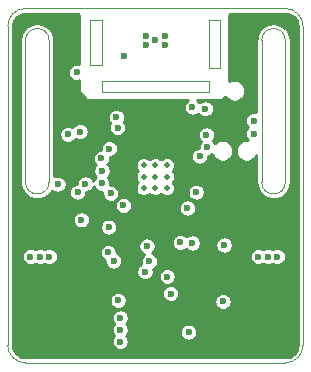
<source format=gbr>
G04 #@! TF.GenerationSoftware,KiCad,Pcbnew,5.1.2*
G04 #@! TF.CreationDate,2019-06-13T14:37:42+02:00*
G04 #@! TF.ProjectId,BodyTempUnit-e7,426f6479-5465-46d7-9055-6e69742d6537,rev?*
G04 #@! TF.SameCoordinates,Original*
G04 #@! TF.FileFunction,Copper,L3,Inr*
G04 #@! TF.FilePolarity,Positive*
%FSLAX46Y46*%
G04 Gerber Fmt 4.6, Leading zero omitted, Abs format (unit mm)*
G04 Created by KiCad (PCBNEW 5.1.2) date 2019-06-13 14:37:42*
%MOMM*%
%LPD*%
G04 APERTURE LIST*
%ADD10C,0.050000*%
%ADD11C,0.500000*%
%ADD12C,0.600000*%
%ADD13C,0.700000*%
%ADD14C,0.254000*%
G04 APERTURE END LIST*
D10*
X88505000Y-135000033D02*
G75*
G03X90005000Y-133510000I0J1500033D01*
G01*
X64998200Y-133501400D02*
G75*
G03X66498200Y-135001400I1500000J0D01*
G01*
X82000000Y-112100000D02*
X82000000Y-111100000D01*
X73000000Y-112100000D02*
X73000000Y-111100000D01*
X72000000Y-109800000D02*
X73000000Y-109800000D01*
X82000000Y-110000000D02*
X83000000Y-110000000D01*
X83000000Y-106000000D02*
X83000000Y-110000000D01*
X82000000Y-106000000D02*
X83000000Y-106000000D01*
X82000000Y-106000000D02*
X82000000Y-110000000D01*
X72000000Y-106000000D02*
X72000000Y-109800000D01*
X73000000Y-106000000D02*
X72000000Y-106000000D01*
X73000000Y-109800000D02*
X73000000Y-106000000D01*
X82000000Y-112100000D02*
X73000000Y-112100000D01*
X66500000Y-105000000D02*
G75*
G03X65000000Y-106500000I0J-1500000D01*
G01*
X90000000Y-106500000D02*
G75*
G03X88500000Y-105000000I-1500000J0D01*
G01*
X90000000Y-106500000D02*
X90005000Y-133510000D01*
X65001100Y-106500000D02*
X64999600Y-133501400D01*
X66500000Y-105000000D02*
X88500000Y-105000000D01*
X88500000Y-107700000D02*
X88500000Y-119700000D01*
X86500000Y-119700000D02*
X86500000Y-107700000D01*
X88500000Y-119700000D02*
G75*
G02X86500000Y-119700000I-1000000J0D01*
G01*
X86500000Y-107700000D02*
G75*
G02X88500000Y-107700000I1000000J0D01*
G01*
X68500000Y-107700000D02*
X68500000Y-119700000D01*
X66500000Y-107700000D02*
G75*
G02X68500000Y-107700000I1000000J0D01*
G01*
X68500000Y-119700000D02*
G75*
G02X66500000Y-119700000I-1000000J0D01*
G01*
X66500000Y-119700000D02*
X66500000Y-107700000D01*
X73000000Y-111100000D02*
X82000000Y-111100000D01*
X88505000Y-135000000D02*
X66498200Y-135000000D01*
D11*
X78501100Y-118233600D03*
X78501100Y-119233600D03*
X78501100Y-120233600D03*
X77501100Y-118233600D03*
X77501100Y-119233600D03*
X77501100Y-120233600D03*
X76501100Y-118233600D03*
X76501100Y-119233600D03*
X76501100Y-120233600D03*
D12*
X76600000Y-113400000D03*
X69425000Y-113125000D03*
X78300000Y-124725000D03*
X80675000Y-114524998D03*
D13*
X75625000Y-129800000D03*
X76625000Y-129800000D03*
X77625000Y-129800000D03*
D12*
X70725000Y-105900000D03*
X81825000Y-127800000D03*
X85600006Y-112500006D03*
X69500000Y-122800000D03*
X76625000Y-127300000D03*
X77500000Y-107700000D03*
X76700000Y-107300000D03*
X78300000Y-107300000D03*
X76700000Y-108100000D03*
X78300000Y-108100000D03*
X71125000Y-115425000D03*
X80641413Y-113358587D03*
X74525000Y-131200000D03*
X74525000Y-132200000D03*
X74525000Y-133200000D03*
X80325000Y-132400000D03*
X68525000Y-126000000D03*
X67725000Y-126000000D03*
X66925000Y-126000000D03*
X86225000Y-126000000D03*
X87025000Y-126000000D03*
X87825000Y-126000000D03*
X70825000Y-110400000D03*
X80615000Y-124850000D03*
X73555000Y-123510000D03*
X85825000Y-115600000D03*
X74825000Y-109000000D03*
X83315000Y-125030000D03*
X71225000Y-122900000D03*
X69250000Y-119875000D03*
X74200010Y-114200000D03*
X72924995Y-117675001D03*
X74300000Y-115100000D03*
X73600032Y-116874998D03*
X74345000Y-129710000D03*
X74799988Y-121675000D03*
X80950000Y-120550000D03*
X83225000Y-129800000D03*
X73975002Y-126375000D03*
X73725000Y-120650000D03*
X80200000Y-121900000D03*
X79600000Y-124799984D03*
X77000000Y-126400000D03*
X76790622Y-125109626D03*
X73505000Y-125659999D03*
X72950000Y-119800000D03*
X70925000Y-120550000D03*
X71574993Y-119849997D03*
X70100000Y-115650000D03*
X81905583Y-116760363D03*
X72975000Y-118750000D03*
X81725012Y-113500000D03*
X81824998Y-115700000D03*
X85824996Y-114500000D03*
X81250014Y-117500000D03*
X78500000Y-127700000D03*
X78800001Y-129150000D03*
D14*
G36*
X71073000Y-105552606D02*
G01*
X71073000Y-109715826D01*
X71037058Y-109700938D01*
X70896603Y-109673000D01*
X70753397Y-109673000D01*
X70612942Y-109700938D01*
X70480636Y-109755741D01*
X70361564Y-109835302D01*
X70260302Y-109936564D01*
X70180741Y-110055636D01*
X70125938Y-110187942D01*
X70098000Y-110328397D01*
X70098000Y-110471603D01*
X70125938Y-110612058D01*
X70180741Y-110744364D01*
X70260302Y-110863436D01*
X70361564Y-110964698D01*
X70480636Y-111044259D01*
X70612942Y-111099062D01*
X70753397Y-111127000D01*
X70896603Y-111127000D01*
X71037058Y-111099062D01*
X71073000Y-111084174D01*
X71073000Y-112100000D01*
X71075440Y-112124776D01*
X71082667Y-112148601D01*
X71094403Y-112170557D01*
X71110197Y-112189803D01*
X71610197Y-112689803D01*
X71629443Y-112705597D01*
X71651399Y-112717333D01*
X71675224Y-112724560D01*
X71700000Y-112727000D01*
X80278084Y-112727000D01*
X80177977Y-112793889D01*
X80076715Y-112895151D01*
X79997154Y-113014223D01*
X79942351Y-113146529D01*
X79914413Y-113286984D01*
X79914413Y-113430190D01*
X79942351Y-113570645D01*
X79997154Y-113702951D01*
X80076715Y-113822023D01*
X80177977Y-113923285D01*
X80297049Y-114002846D01*
X80429355Y-114057649D01*
X80569810Y-114085587D01*
X80713016Y-114085587D01*
X80853471Y-114057649D01*
X80985777Y-114002846D01*
X81104849Y-113923285D01*
X81122016Y-113906118D01*
X81160314Y-113963436D01*
X81261576Y-114064698D01*
X81380648Y-114144259D01*
X81512954Y-114199062D01*
X81653409Y-114227000D01*
X81796615Y-114227000D01*
X81937070Y-114199062D01*
X82069376Y-114144259D01*
X82188448Y-114064698D01*
X82289710Y-113963436D01*
X82369271Y-113844364D01*
X82424074Y-113712058D01*
X82452012Y-113571603D01*
X82452012Y-113428397D01*
X82424074Y-113287942D01*
X82369271Y-113155636D01*
X82289710Y-113036564D01*
X82188448Y-112935302D01*
X82069376Y-112855741D01*
X81937070Y-112800938D01*
X81796615Y-112773000D01*
X81653409Y-112773000D01*
X81512954Y-112800938D01*
X81380648Y-112855741D01*
X81261576Y-112935302D01*
X81244409Y-112952469D01*
X81206111Y-112895151D01*
X81104849Y-112793889D01*
X81004742Y-112727000D01*
X83100000Y-112727000D01*
X83124776Y-112724560D01*
X83148601Y-112717333D01*
X83170557Y-112705597D01*
X83189803Y-112689803D01*
X83422749Y-112456857D01*
X83483603Y-112547932D01*
X83612068Y-112676397D01*
X83763127Y-112777332D01*
X83930975Y-112846857D01*
X84109161Y-112882300D01*
X84290839Y-112882300D01*
X84469025Y-112846857D01*
X84636873Y-112777332D01*
X84787932Y-112676397D01*
X84916397Y-112547932D01*
X85017332Y-112396873D01*
X85086857Y-112229025D01*
X85122300Y-112050839D01*
X85122300Y-111869161D01*
X85086857Y-111690975D01*
X85017332Y-111523127D01*
X84916397Y-111372068D01*
X84787932Y-111243603D01*
X84636873Y-111142668D01*
X84469025Y-111073143D01*
X84290839Y-111037700D01*
X84109161Y-111037700D01*
X83930975Y-111073143D01*
X83763127Y-111142668D01*
X83727000Y-111166807D01*
X83727000Y-105552606D01*
X83827606Y-105452000D01*
X88477892Y-105452000D01*
X88703139Y-105474085D01*
X88898537Y-105533080D01*
X89078753Y-105628903D01*
X89236930Y-105757908D01*
X89367034Y-105915178D01*
X89464115Y-106094725D01*
X89524472Y-106289706D01*
X89548003Y-106513593D01*
X89552997Y-133486413D01*
X89529570Y-133709979D01*
X89469271Y-133904988D01*
X89372246Y-134084570D01*
X89242188Y-134241883D01*
X89084049Y-134370940D01*
X88903852Y-134466826D01*
X88708467Y-134525884D01*
X88483630Y-134548000D01*
X66506030Y-134548000D01*
X66295061Y-134527315D01*
X66099663Y-134468320D01*
X65919449Y-134372499D01*
X65761270Y-134243491D01*
X65631168Y-134086224D01*
X65534085Y-133906675D01*
X65473728Y-133711694D01*
X65451599Y-133501145D01*
X65451730Y-131128397D01*
X73798000Y-131128397D01*
X73798000Y-131271603D01*
X73825938Y-131412058D01*
X73880741Y-131544364D01*
X73960302Y-131663436D01*
X73996866Y-131700000D01*
X73960302Y-131736564D01*
X73880741Y-131855636D01*
X73825938Y-131987942D01*
X73798000Y-132128397D01*
X73798000Y-132271603D01*
X73825938Y-132412058D01*
X73880741Y-132544364D01*
X73960302Y-132663436D01*
X73996866Y-132700000D01*
X73960302Y-132736564D01*
X73880741Y-132855636D01*
X73825938Y-132987942D01*
X73798000Y-133128397D01*
X73798000Y-133271603D01*
X73825938Y-133412058D01*
X73880741Y-133544364D01*
X73960302Y-133663436D01*
X74061564Y-133764698D01*
X74180636Y-133844259D01*
X74312942Y-133899062D01*
X74453397Y-133927000D01*
X74596603Y-133927000D01*
X74737058Y-133899062D01*
X74869364Y-133844259D01*
X74988436Y-133764698D01*
X75089698Y-133663436D01*
X75169259Y-133544364D01*
X75224062Y-133412058D01*
X75252000Y-133271603D01*
X75252000Y-133128397D01*
X75224062Y-132987942D01*
X75169259Y-132855636D01*
X75089698Y-132736564D01*
X75053134Y-132700000D01*
X75089698Y-132663436D01*
X75169259Y-132544364D01*
X75224062Y-132412058D01*
X75240703Y-132328397D01*
X79598000Y-132328397D01*
X79598000Y-132471603D01*
X79625938Y-132612058D01*
X79680741Y-132744364D01*
X79760302Y-132863436D01*
X79861564Y-132964698D01*
X79980636Y-133044259D01*
X80112942Y-133099062D01*
X80253397Y-133127000D01*
X80396603Y-133127000D01*
X80537058Y-133099062D01*
X80669364Y-133044259D01*
X80788436Y-132964698D01*
X80889698Y-132863436D01*
X80969259Y-132744364D01*
X81024062Y-132612058D01*
X81052000Y-132471603D01*
X81052000Y-132328397D01*
X81024062Y-132187942D01*
X80969259Y-132055636D01*
X80889698Y-131936564D01*
X80788436Y-131835302D01*
X80669364Y-131755741D01*
X80537058Y-131700938D01*
X80396603Y-131673000D01*
X80253397Y-131673000D01*
X80112942Y-131700938D01*
X79980636Y-131755741D01*
X79861564Y-131835302D01*
X79760302Y-131936564D01*
X79680741Y-132055636D01*
X79625938Y-132187942D01*
X79598000Y-132328397D01*
X75240703Y-132328397D01*
X75252000Y-132271603D01*
X75252000Y-132128397D01*
X75224062Y-131987942D01*
X75169259Y-131855636D01*
X75089698Y-131736564D01*
X75053134Y-131700000D01*
X75089698Y-131663436D01*
X75169259Y-131544364D01*
X75224062Y-131412058D01*
X75252000Y-131271603D01*
X75252000Y-131128397D01*
X75224062Y-130987942D01*
X75169259Y-130855636D01*
X75089698Y-130736564D01*
X74988436Y-130635302D01*
X74869364Y-130555741D01*
X74737058Y-130500938D01*
X74596603Y-130473000D01*
X74453397Y-130473000D01*
X74312942Y-130500938D01*
X74180636Y-130555741D01*
X74061564Y-130635302D01*
X73960302Y-130736564D01*
X73880741Y-130855636D01*
X73825938Y-130987942D01*
X73798000Y-131128397D01*
X65451730Y-131128397D01*
X65451813Y-129638397D01*
X73618000Y-129638397D01*
X73618000Y-129781603D01*
X73645938Y-129922058D01*
X73700741Y-130054364D01*
X73780302Y-130173436D01*
X73881564Y-130274698D01*
X74000636Y-130354259D01*
X74132942Y-130409062D01*
X74273397Y-130437000D01*
X74416603Y-130437000D01*
X74557058Y-130409062D01*
X74689364Y-130354259D01*
X74808436Y-130274698D01*
X74909698Y-130173436D01*
X74989259Y-130054364D01*
X75044062Y-129922058D01*
X75072000Y-129781603D01*
X75072000Y-129638397D01*
X75044062Y-129497942D01*
X74989259Y-129365636D01*
X74909698Y-129246564D01*
X74808436Y-129145302D01*
X74708306Y-129078397D01*
X78073001Y-129078397D01*
X78073001Y-129221603D01*
X78100939Y-129362058D01*
X78155742Y-129494364D01*
X78235303Y-129613436D01*
X78336565Y-129714698D01*
X78455637Y-129794259D01*
X78587943Y-129849062D01*
X78728398Y-129877000D01*
X78871604Y-129877000D01*
X79012059Y-129849062D01*
X79144365Y-129794259D01*
X79242934Y-129728397D01*
X82498000Y-129728397D01*
X82498000Y-129871603D01*
X82525938Y-130012058D01*
X82580741Y-130144364D01*
X82660302Y-130263436D01*
X82761564Y-130364698D01*
X82880636Y-130444259D01*
X83012942Y-130499062D01*
X83153397Y-130527000D01*
X83296603Y-130527000D01*
X83437058Y-130499062D01*
X83569364Y-130444259D01*
X83688436Y-130364698D01*
X83789698Y-130263436D01*
X83869259Y-130144364D01*
X83924062Y-130012058D01*
X83952000Y-129871603D01*
X83952000Y-129728397D01*
X83924062Y-129587942D01*
X83869259Y-129455636D01*
X83789698Y-129336564D01*
X83688436Y-129235302D01*
X83569364Y-129155741D01*
X83437058Y-129100938D01*
X83296603Y-129073000D01*
X83153397Y-129073000D01*
X83012942Y-129100938D01*
X82880636Y-129155741D01*
X82761564Y-129235302D01*
X82660302Y-129336564D01*
X82580741Y-129455636D01*
X82525938Y-129587942D01*
X82498000Y-129728397D01*
X79242934Y-129728397D01*
X79263437Y-129714698D01*
X79364699Y-129613436D01*
X79444260Y-129494364D01*
X79499063Y-129362058D01*
X79527001Y-129221603D01*
X79527001Y-129078397D01*
X79499063Y-128937942D01*
X79444260Y-128805636D01*
X79364699Y-128686564D01*
X79263437Y-128585302D01*
X79144365Y-128505741D01*
X79012059Y-128450938D01*
X78871604Y-128423000D01*
X78728398Y-128423000D01*
X78587943Y-128450938D01*
X78455637Y-128505741D01*
X78336565Y-128585302D01*
X78235303Y-128686564D01*
X78155742Y-128805636D01*
X78100939Y-128937942D01*
X78073001Y-129078397D01*
X74708306Y-129078397D01*
X74689364Y-129065741D01*
X74557058Y-129010938D01*
X74416603Y-128983000D01*
X74273397Y-128983000D01*
X74132942Y-129010938D01*
X74000636Y-129065741D01*
X73881564Y-129145302D01*
X73780302Y-129246564D01*
X73700741Y-129365636D01*
X73645938Y-129497942D01*
X73618000Y-129638397D01*
X65451813Y-129638397D01*
X65451946Y-127228397D01*
X75898000Y-127228397D01*
X75898000Y-127371603D01*
X75925938Y-127512058D01*
X75980741Y-127644364D01*
X76060302Y-127763436D01*
X76161564Y-127864698D01*
X76280636Y-127944259D01*
X76412942Y-127999062D01*
X76553397Y-128027000D01*
X76696603Y-128027000D01*
X76837058Y-127999062D01*
X76969364Y-127944259D01*
X77088436Y-127864698D01*
X77189698Y-127763436D01*
X77269259Y-127644364D01*
X77275872Y-127628397D01*
X77773000Y-127628397D01*
X77773000Y-127771603D01*
X77800938Y-127912058D01*
X77855741Y-128044364D01*
X77935302Y-128163436D01*
X78036564Y-128264698D01*
X78155636Y-128344259D01*
X78287942Y-128399062D01*
X78428397Y-128427000D01*
X78571603Y-128427000D01*
X78712058Y-128399062D01*
X78844364Y-128344259D01*
X78963436Y-128264698D01*
X79064698Y-128163436D01*
X79144259Y-128044364D01*
X79199062Y-127912058D01*
X79227000Y-127771603D01*
X79227000Y-127628397D01*
X79199062Y-127487942D01*
X79144259Y-127355636D01*
X79064698Y-127236564D01*
X78963436Y-127135302D01*
X78844364Y-127055741D01*
X78712058Y-127000938D01*
X78571603Y-126973000D01*
X78428397Y-126973000D01*
X78287942Y-127000938D01*
X78155636Y-127055741D01*
X78036564Y-127135302D01*
X77935302Y-127236564D01*
X77855741Y-127355636D01*
X77800938Y-127487942D01*
X77773000Y-127628397D01*
X77275872Y-127628397D01*
X77324062Y-127512058D01*
X77352000Y-127371603D01*
X77352000Y-127228397D01*
X77324062Y-127087942D01*
X77311591Y-127057834D01*
X77344364Y-127044259D01*
X77463436Y-126964698D01*
X77564698Y-126863436D01*
X77644259Y-126744364D01*
X77699062Y-126612058D01*
X77727000Y-126471603D01*
X77727000Y-126328397D01*
X77699062Y-126187942D01*
X77644259Y-126055636D01*
X77564698Y-125936564D01*
X77556531Y-125928397D01*
X85498000Y-125928397D01*
X85498000Y-126071603D01*
X85525938Y-126212058D01*
X85580741Y-126344364D01*
X85660302Y-126463436D01*
X85761564Y-126564698D01*
X85880636Y-126644259D01*
X86012942Y-126699062D01*
X86153397Y-126727000D01*
X86296603Y-126727000D01*
X86437058Y-126699062D01*
X86569364Y-126644259D01*
X86625000Y-126607084D01*
X86680636Y-126644259D01*
X86812942Y-126699062D01*
X86953397Y-126727000D01*
X87096603Y-126727000D01*
X87237058Y-126699062D01*
X87369364Y-126644259D01*
X87425000Y-126607084D01*
X87480636Y-126644259D01*
X87612942Y-126699062D01*
X87753397Y-126727000D01*
X87896603Y-126727000D01*
X88037058Y-126699062D01*
X88169364Y-126644259D01*
X88288436Y-126564698D01*
X88389698Y-126463436D01*
X88469259Y-126344364D01*
X88524062Y-126212058D01*
X88552000Y-126071603D01*
X88552000Y-125928397D01*
X88524062Y-125787942D01*
X88469259Y-125655636D01*
X88389698Y-125536564D01*
X88288436Y-125435302D01*
X88169364Y-125355741D01*
X88037058Y-125300938D01*
X87896603Y-125273000D01*
X87753397Y-125273000D01*
X87612942Y-125300938D01*
X87480636Y-125355741D01*
X87425000Y-125392916D01*
X87369364Y-125355741D01*
X87237058Y-125300938D01*
X87096603Y-125273000D01*
X86953397Y-125273000D01*
X86812942Y-125300938D01*
X86680636Y-125355741D01*
X86625000Y-125392916D01*
X86569364Y-125355741D01*
X86437058Y-125300938D01*
X86296603Y-125273000D01*
X86153397Y-125273000D01*
X86012942Y-125300938D01*
X85880636Y-125355741D01*
X85761564Y-125435302D01*
X85660302Y-125536564D01*
X85580741Y-125655636D01*
X85525938Y-125787942D01*
X85498000Y-125928397D01*
X77556531Y-125928397D01*
X77463436Y-125835302D01*
X77344364Y-125755741D01*
X77213397Y-125701493D01*
X77254058Y-125674324D01*
X77355320Y-125573062D01*
X77434881Y-125453990D01*
X77489684Y-125321684D01*
X77517622Y-125181229D01*
X77517622Y-125038023D01*
X77489684Y-124897568D01*
X77434881Y-124765262D01*
X77410239Y-124728381D01*
X78873000Y-124728381D01*
X78873000Y-124871587D01*
X78900938Y-125012042D01*
X78955741Y-125144348D01*
X79035302Y-125263420D01*
X79136564Y-125364682D01*
X79255636Y-125444243D01*
X79387942Y-125499046D01*
X79528397Y-125526984D01*
X79671603Y-125526984D01*
X79812058Y-125499046D01*
X79944364Y-125444243D01*
X80063436Y-125364682D01*
X80082492Y-125345626D01*
X80151564Y-125414698D01*
X80270636Y-125494259D01*
X80402942Y-125549062D01*
X80543397Y-125577000D01*
X80686603Y-125577000D01*
X80827058Y-125549062D01*
X80959364Y-125494259D01*
X81078436Y-125414698D01*
X81179698Y-125313436D01*
X81259259Y-125194364D01*
X81314062Y-125062058D01*
X81334681Y-124958397D01*
X82588000Y-124958397D01*
X82588000Y-125101603D01*
X82615938Y-125242058D01*
X82670741Y-125374364D01*
X82750302Y-125493436D01*
X82851564Y-125594698D01*
X82970636Y-125674259D01*
X83102942Y-125729062D01*
X83243397Y-125757000D01*
X83386603Y-125757000D01*
X83527058Y-125729062D01*
X83659364Y-125674259D01*
X83778436Y-125594698D01*
X83879698Y-125493436D01*
X83959259Y-125374364D01*
X84014062Y-125242058D01*
X84042000Y-125101603D01*
X84042000Y-124958397D01*
X84014062Y-124817942D01*
X83959259Y-124685636D01*
X83879698Y-124566564D01*
X83778436Y-124465302D01*
X83659364Y-124385741D01*
X83527058Y-124330938D01*
X83386603Y-124303000D01*
X83243397Y-124303000D01*
X83102942Y-124330938D01*
X82970636Y-124385741D01*
X82851564Y-124465302D01*
X82750302Y-124566564D01*
X82670741Y-124685636D01*
X82615938Y-124817942D01*
X82588000Y-124958397D01*
X81334681Y-124958397D01*
X81342000Y-124921603D01*
X81342000Y-124778397D01*
X81314062Y-124637942D01*
X81259259Y-124505636D01*
X81179698Y-124386564D01*
X81078436Y-124285302D01*
X80959364Y-124205741D01*
X80827058Y-124150938D01*
X80686603Y-124123000D01*
X80543397Y-124123000D01*
X80402942Y-124150938D01*
X80270636Y-124205741D01*
X80151564Y-124285302D01*
X80132508Y-124304358D01*
X80063436Y-124235286D01*
X79944364Y-124155725D01*
X79812058Y-124100922D01*
X79671603Y-124072984D01*
X79528397Y-124072984D01*
X79387942Y-124100922D01*
X79255636Y-124155725D01*
X79136564Y-124235286D01*
X79035302Y-124336548D01*
X78955741Y-124455620D01*
X78900938Y-124587926D01*
X78873000Y-124728381D01*
X77410239Y-124728381D01*
X77355320Y-124646190D01*
X77254058Y-124544928D01*
X77134986Y-124465367D01*
X77002680Y-124410564D01*
X76862225Y-124382626D01*
X76719019Y-124382626D01*
X76578564Y-124410564D01*
X76446258Y-124465367D01*
X76327186Y-124544928D01*
X76225924Y-124646190D01*
X76146363Y-124765262D01*
X76091560Y-124897568D01*
X76063622Y-125038023D01*
X76063622Y-125181229D01*
X76091560Y-125321684D01*
X76146363Y-125453990D01*
X76225924Y-125573062D01*
X76327186Y-125674324D01*
X76446258Y-125753885D01*
X76577225Y-125808133D01*
X76536564Y-125835302D01*
X76435302Y-125936564D01*
X76355741Y-126055636D01*
X76300938Y-126187942D01*
X76273000Y-126328397D01*
X76273000Y-126471603D01*
X76300938Y-126612058D01*
X76313409Y-126642166D01*
X76280636Y-126655741D01*
X76161564Y-126735302D01*
X76060302Y-126836564D01*
X75980741Y-126955636D01*
X75925938Y-127087942D01*
X75898000Y-127228397D01*
X65451946Y-127228397D01*
X65452019Y-125928397D01*
X66198000Y-125928397D01*
X66198000Y-126071603D01*
X66225938Y-126212058D01*
X66280741Y-126344364D01*
X66360302Y-126463436D01*
X66461564Y-126564698D01*
X66580636Y-126644259D01*
X66712942Y-126699062D01*
X66853397Y-126727000D01*
X66996603Y-126727000D01*
X67137058Y-126699062D01*
X67269364Y-126644259D01*
X67325000Y-126607084D01*
X67380636Y-126644259D01*
X67512942Y-126699062D01*
X67653397Y-126727000D01*
X67796603Y-126727000D01*
X67937058Y-126699062D01*
X68069364Y-126644259D01*
X68125000Y-126607084D01*
X68180636Y-126644259D01*
X68312942Y-126699062D01*
X68453397Y-126727000D01*
X68596603Y-126727000D01*
X68737058Y-126699062D01*
X68869364Y-126644259D01*
X68988436Y-126564698D01*
X69089698Y-126463436D01*
X69169259Y-126344364D01*
X69224062Y-126212058D01*
X69252000Y-126071603D01*
X69252000Y-125928397D01*
X69224062Y-125787942D01*
X69169259Y-125655636D01*
X69124331Y-125588396D01*
X72778000Y-125588396D01*
X72778000Y-125731602D01*
X72805938Y-125872057D01*
X72860741Y-126004363D01*
X72940302Y-126123435D01*
X73041564Y-126224697D01*
X73160636Y-126304258D01*
X73248002Y-126340446D01*
X73248002Y-126446603D01*
X73275940Y-126587058D01*
X73330743Y-126719364D01*
X73410304Y-126838436D01*
X73511566Y-126939698D01*
X73630638Y-127019259D01*
X73762944Y-127074062D01*
X73903399Y-127102000D01*
X74046605Y-127102000D01*
X74187060Y-127074062D01*
X74319366Y-127019259D01*
X74438438Y-126939698D01*
X74539700Y-126838436D01*
X74619261Y-126719364D01*
X74674064Y-126587058D01*
X74702002Y-126446603D01*
X74702002Y-126303397D01*
X74674064Y-126162942D01*
X74619261Y-126030636D01*
X74539700Y-125911564D01*
X74438438Y-125810302D01*
X74319366Y-125730741D01*
X74232000Y-125694553D01*
X74232000Y-125588396D01*
X74204062Y-125447941D01*
X74149259Y-125315635D01*
X74069698Y-125196563D01*
X73968436Y-125095301D01*
X73849364Y-125015740D01*
X73717058Y-124960937D01*
X73576603Y-124932999D01*
X73433397Y-124932999D01*
X73292942Y-124960937D01*
X73160636Y-125015740D01*
X73041564Y-125095301D01*
X72940302Y-125196563D01*
X72860741Y-125315635D01*
X72805938Y-125447941D01*
X72778000Y-125588396D01*
X69124331Y-125588396D01*
X69089698Y-125536564D01*
X68988436Y-125435302D01*
X68869364Y-125355741D01*
X68737058Y-125300938D01*
X68596603Y-125273000D01*
X68453397Y-125273000D01*
X68312942Y-125300938D01*
X68180636Y-125355741D01*
X68125000Y-125392916D01*
X68069364Y-125355741D01*
X67937058Y-125300938D01*
X67796603Y-125273000D01*
X67653397Y-125273000D01*
X67512942Y-125300938D01*
X67380636Y-125355741D01*
X67325000Y-125392916D01*
X67269364Y-125355741D01*
X67137058Y-125300938D01*
X66996603Y-125273000D01*
X66853397Y-125273000D01*
X66712942Y-125300938D01*
X66580636Y-125355741D01*
X66461564Y-125435302D01*
X66360302Y-125536564D01*
X66280741Y-125655636D01*
X66225938Y-125787942D01*
X66198000Y-125928397D01*
X65452019Y-125928397D01*
X65452191Y-122828397D01*
X70498000Y-122828397D01*
X70498000Y-122971603D01*
X70525938Y-123112058D01*
X70580741Y-123244364D01*
X70660302Y-123363436D01*
X70761564Y-123464698D01*
X70880636Y-123544259D01*
X71012942Y-123599062D01*
X71153397Y-123627000D01*
X71296603Y-123627000D01*
X71437058Y-123599062D01*
X71569364Y-123544259D01*
X71688436Y-123464698D01*
X71714737Y-123438397D01*
X72828000Y-123438397D01*
X72828000Y-123581603D01*
X72855938Y-123722058D01*
X72910741Y-123854364D01*
X72990302Y-123973436D01*
X73091564Y-124074698D01*
X73210636Y-124154259D01*
X73342942Y-124209062D01*
X73483397Y-124237000D01*
X73626603Y-124237000D01*
X73767058Y-124209062D01*
X73899364Y-124154259D01*
X74018436Y-124074698D01*
X74119698Y-123973436D01*
X74199259Y-123854364D01*
X74254062Y-123722058D01*
X74282000Y-123581603D01*
X74282000Y-123438397D01*
X74254062Y-123297942D01*
X74199259Y-123165636D01*
X74119698Y-123046564D01*
X74018436Y-122945302D01*
X73899364Y-122865741D01*
X73767058Y-122810938D01*
X73626603Y-122783000D01*
X73483397Y-122783000D01*
X73342942Y-122810938D01*
X73210636Y-122865741D01*
X73091564Y-122945302D01*
X72990302Y-123046564D01*
X72910741Y-123165636D01*
X72855938Y-123297942D01*
X72828000Y-123438397D01*
X71714737Y-123438397D01*
X71789698Y-123363436D01*
X71869259Y-123244364D01*
X71924062Y-123112058D01*
X71952000Y-122971603D01*
X71952000Y-122828397D01*
X71924062Y-122687942D01*
X71869259Y-122555636D01*
X71789698Y-122436564D01*
X71688436Y-122335302D01*
X71569364Y-122255741D01*
X71437058Y-122200938D01*
X71296603Y-122173000D01*
X71153397Y-122173000D01*
X71012942Y-122200938D01*
X70880636Y-122255741D01*
X70761564Y-122335302D01*
X70660302Y-122436564D01*
X70580741Y-122555636D01*
X70525938Y-122687942D01*
X70498000Y-122828397D01*
X65452191Y-122828397D01*
X65452259Y-121603397D01*
X74072988Y-121603397D01*
X74072988Y-121746603D01*
X74100926Y-121887058D01*
X74155729Y-122019364D01*
X74235290Y-122138436D01*
X74336552Y-122239698D01*
X74455624Y-122319259D01*
X74587930Y-122374062D01*
X74728385Y-122402000D01*
X74871591Y-122402000D01*
X75012046Y-122374062D01*
X75144352Y-122319259D01*
X75263424Y-122239698D01*
X75364686Y-122138436D01*
X75444247Y-122019364D01*
X75499050Y-121887058D01*
X75510718Y-121828397D01*
X79473000Y-121828397D01*
X79473000Y-121971603D01*
X79500938Y-122112058D01*
X79555741Y-122244364D01*
X79635302Y-122363436D01*
X79736564Y-122464698D01*
X79855636Y-122544259D01*
X79987942Y-122599062D01*
X80128397Y-122627000D01*
X80271603Y-122627000D01*
X80412058Y-122599062D01*
X80544364Y-122544259D01*
X80663436Y-122464698D01*
X80764698Y-122363436D01*
X80844259Y-122244364D01*
X80899062Y-122112058D01*
X80927000Y-121971603D01*
X80927000Y-121828397D01*
X80899062Y-121687942D01*
X80844259Y-121555636D01*
X80764698Y-121436564D01*
X80663436Y-121335302D01*
X80544364Y-121255741D01*
X80412058Y-121200938D01*
X80271603Y-121173000D01*
X80128397Y-121173000D01*
X79987942Y-121200938D01*
X79855636Y-121255741D01*
X79736564Y-121335302D01*
X79635302Y-121436564D01*
X79555741Y-121555636D01*
X79500938Y-121687942D01*
X79473000Y-121828397D01*
X75510718Y-121828397D01*
X75526988Y-121746603D01*
X75526988Y-121603397D01*
X75499050Y-121462942D01*
X75444247Y-121330636D01*
X75364686Y-121211564D01*
X75263424Y-121110302D01*
X75144352Y-121030741D01*
X75012046Y-120975938D01*
X74871591Y-120948000D01*
X74728385Y-120948000D01*
X74587930Y-120975938D01*
X74455624Y-121030741D01*
X74336552Y-121110302D01*
X74235290Y-121211564D01*
X74155729Y-121330636D01*
X74100926Y-121462942D01*
X74072988Y-121603397D01*
X65452259Y-121603397D01*
X65452364Y-119722204D01*
X66048000Y-119722204D01*
X66050254Y-119745089D01*
X66050254Y-119758069D01*
X66050914Y-119764346D01*
X66072669Y-119958296D01*
X66081182Y-119998344D01*
X66089144Y-120038556D01*
X66091010Y-120044585D01*
X66150023Y-120230615D01*
X66166181Y-120268314D01*
X66181773Y-120306143D01*
X66184771Y-120311687D01*
X66184775Y-120311697D01*
X66184781Y-120311705D01*
X66278797Y-120482720D01*
X66301936Y-120516514D01*
X66324612Y-120550644D01*
X66328632Y-120555503D01*
X66328635Y-120555508D01*
X66328639Y-120555512D01*
X66454084Y-120705012D01*
X66483370Y-120733692D01*
X66512222Y-120762746D01*
X66517101Y-120766724D01*
X66517111Y-120766734D01*
X66517122Y-120766741D01*
X66669213Y-120889025D01*
X66703492Y-120911457D01*
X66737453Y-120934364D01*
X66743020Y-120937324D01*
X66743028Y-120937329D01*
X66743036Y-120937332D01*
X66915981Y-121027747D01*
X66953982Y-121043101D01*
X66991734Y-121058970D01*
X66997764Y-121060790D01*
X66997773Y-121060794D01*
X66997782Y-121060796D01*
X67185002Y-121115897D01*
X67225206Y-121123566D01*
X67265370Y-121131811D01*
X67271652Y-121132427D01*
X67466013Y-121150116D01*
X67506981Y-121149830D01*
X67547948Y-121150116D01*
X67554229Y-121149500D01*
X67748326Y-121129099D01*
X67788470Y-121120859D01*
X67828696Y-121113185D01*
X67834736Y-121111362D01*
X67834742Y-121111360D01*
X68021176Y-121053649D01*
X68058982Y-121037757D01*
X68096925Y-121022427D01*
X68102493Y-121019467D01*
X68102498Y-121019465D01*
X68102502Y-121019462D01*
X68274174Y-120926640D01*
X68308138Y-120903732D01*
X68342419Y-120881298D01*
X68347300Y-120877317D01*
X68347308Y-120877311D01*
X68347315Y-120877304D01*
X68497687Y-120752906D01*
X68526554Y-120723836D01*
X68555823Y-120695174D01*
X68559846Y-120690311D01*
X68683196Y-120539069D01*
X68705862Y-120504954D01*
X68729012Y-120471144D01*
X68732014Y-120465593D01*
X68759939Y-120413073D01*
X68786564Y-120439698D01*
X68905636Y-120519259D01*
X69037942Y-120574062D01*
X69178397Y-120602000D01*
X69321603Y-120602000D01*
X69462058Y-120574062D01*
X69594364Y-120519259D01*
X69655518Y-120478397D01*
X70198000Y-120478397D01*
X70198000Y-120621603D01*
X70225938Y-120762058D01*
X70280741Y-120894364D01*
X70360302Y-121013436D01*
X70461564Y-121114698D01*
X70580636Y-121194259D01*
X70712942Y-121249062D01*
X70853397Y-121277000D01*
X70996603Y-121277000D01*
X71137058Y-121249062D01*
X71269364Y-121194259D01*
X71388436Y-121114698D01*
X71489698Y-121013436D01*
X71569259Y-120894364D01*
X71624062Y-120762058D01*
X71652000Y-120621603D01*
X71652000Y-120575922D01*
X71787051Y-120549059D01*
X71919357Y-120494256D01*
X72038429Y-120414695D01*
X72139691Y-120313433D01*
X72219252Y-120194361D01*
X72272851Y-120064961D01*
X72305741Y-120144364D01*
X72385302Y-120263436D01*
X72486564Y-120364698D01*
X72605636Y-120444259D01*
X72737942Y-120499062D01*
X72878397Y-120527000D01*
X73008223Y-120527000D01*
X72998000Y-120578397D01*
X72998000Y-120721603D01*
X73025938Y-120862058D01*
X73080741Y-120994364D01*
X73160302Y-121113436D01*
X73261564Y-121214698D01*
X73380636Y-121294259D01*
X73512942Y-121349062D01*
X73653397Y-121377000D01*
X73796603Y-121377000D01*
X73937058Y-121349062D01*
X74069364Y-121294259D01*
X74188436Y-121214698D01*
X74289698Y-121113436D01*
X74369259Y-120994364D01*
X74424062Y-120862058D01*
X74452000Y-120721603D01*
X74452000Y-120578397D01*
X74424062Y-120437942D01*
X74369259Y-120305636D01*
X74289698Y-120186564D01*
X74188436Y-120085302D01*
X74069364Y-120005741D01*
X73937058Y-119950938D01*
X73796603Y-119923000D01*
X73666777Y-119923000D01*
X73677000Y-119871603D01*
X73677000Y-119728397D01*
X73649062Y-119587942D01*
X73594259Y-119455636D01*
X73514698Y-119336564D01*
X73465634Y-119287500D01*
X73539698Y-119213436D01*
X73619259Y-119094364D01*
X73674062Y-118962058D01*
X73702000Y-118821603D01*
X73702000Y-118678397D01*
X73674062Y-118537942D01*
X73619259Y-118405636D01*
X73539698Y-118286564D01*
X73440632Y-118187498D01*
X73461209Y-118166921D01*
X75824100Y-118166921D01*
X75824100Y-118300279D01*
X75850116Y-118431074D01*
X75901150Y-118554280D01*
X75975240Y-118665163D01*
X76043677Y-118733600D01*
X75975240Y-118802037D01*
X75901150Y-118912920D01*
X75850116Y-119036126D01*
X75824100Y-119166921D01*
X75824100Y-119300279D01*
X75850116Y-119431074D01*
X75901150Y-119554280D01*
X75975240Y-119665163D01*
X76043677Y-119733600D01*
X75975240Y-119802037D01*
X75901150Y-119912920D01*
X75850116Y-120036126D01*
X75824100Y-120166921D01*
X75824100Y-120300279D01*
X75850116Y-120431074D01*
X75901150Y-120554280D01*
X75975240Y-120665163D01*
X76069537Y-120759460D01*
X76180420Y-120833550D01*
X76303626Y-120884584D01*
X76434421Y-120910600D01*
X76567779Y-120910600D01*
X76698574Y-120884584D01*
X76821780Y-120833550D01*
X76932663Y-120759460D01*
X77001100Y-120691023D01*
X77069537Y-120759460D01*
X77180420Y-120833550D01*
X77303626Y-120884584D01*
X77434421Y-120910600D01*
X77567779Y-120910600D01*
X77698574Y-120884584D01*
X77821780Y-120833550D01*
X77932663Y-120759460D01*
X78001100Y-120691023D01*
X78069537Y-120759460D01*
X78180420Y-120833550D01*
X78303626Y-120884584D01*
X78434421Y-120910600D01*
X78567779Y-120910600D01*
X78698574Y-120884584D01*
X78821780Y-120833550D01*
X78932663Y-120759460D01*
X79026960Y-120665163D01*
X79101050Y-120554280D01*
X79132482Y-120478397D01*
X80223000Y-120478397D01*
X80223000Y-120621603D01*
X80250938Y-120762058D01*
X80305741Y-120894364D01*
X80385302Y-121013436D01*
X80486564Y-121114698D01*
X80605636Y-121194259D01*
X80737942Y-121249062D01*
X80878397Y-121277000D01*
X81021603Y-121277000D01*
X81162058Y-121249062D01*
X81294364Y-121194259D01*
X81413436Y-121114698D01*
X81514698Y-121013436D01*
X81594259Y-120894364D01*
X81649062Y-120762058D01*
X81677000Y-120621603D01*
X81677000Y-120478397D01*
X81649062Y-120337942D01*
X81594259Y-120205636D01*
X81514698Y-120086564D01*
X81413436Y-119985302D01*
X81294364Y-119905741D01*
X81162058Y-119850938D01*
X81021603Y-119823000D01*
X80878397Y-119823000D01*
X80737942Y-119850938D01*
X80605636Y-119905741D01*
X80486564Y-119985302D01*
X80385302Y-120086564D01*
X80305741Y-120205636D01*
X80250938Y-120337942D01*
X80223000Y-120478397D01*
X79132482Y-120478397D01*
X79152084Y-120431074D01*
X79178100Y-120300279D01*
X79178100Y-120166921D01*
X79152084Y-120036126D01*
X79101050Y-119912920D01*
X79026960Y-119802037D01*
X78958523Y-119733600D01*
X79026960Y-119665163D01*
X79101050Y-119554280D01*
X79152084Y-119431074D01*
X79178100Y-119300279D01*
X79178100Y-119166921D01*
X79152084Y-119036126D01*
X79101050Y-118912920D01*
X79026960Y-118802037D01*
X78958523Y-118733600D01*
X79026960Y-118665163D01*
X79101050Y-118554280D01*
X79152084Y-118431074D01*
X79178100Y-118300279D01*
X79178100Y-118166921D01*
X79152084Y-118036126D01*
X79101050Y-117912920D01*
X79026960Y-117802037D01*
X78932663Y-117707740D01*
X78821780Y-117633650D01*
X78698574Y-117582616D01*
X78567779Y-117556600D01*
X78434421Y-117556600D01*
X78303626Y-117582616D01*
X78180420Y-117633650D01*
X78069537Y-117707740D01*
X78001100Y-117776177D01*
X77932663Y-117707740D01*
X77821780Y-117633650D01*
X77698574Y-117582616D01*
X77567779Y-117556600D01*
X77434421Y-117556600D01*
X77303626Y-117582616D01*
X77180420Y-117633650D01*
X77069537Y-117707740D01*
X77001100Y-117776177D01*
X76932663Y-117707740D01*
X76821780Y-117633650D01*
X76698574Y-117582616D01*
X76567779Y-117556600D01*
X76434421Y-117556600D01*
X76303626Y-117582616D01*
X76180420Y-117633650D01*
X76069537Y-117707740D01*
X75975240Y-117802037D01*
X75901150Y-117912920D01*
X75850116Y-118036126D01*
X75824100Y-118166921D01*
X73461209Y-118166921D01*
X73489693Y-118138437D01*
X73569254Y-118019365D01*
X73624057Y-117887059D01*
X73651995Y-117746604D01*
X73651995Y-117603398D01*
X73651717Y-117601998D01*
X73671635Y-117601998D01*
X73812090Y-117574060D01*
X73944396Y-117519257D01*
X74063468Y-117439696D01*
X74074767Y-117428397D01*
X80523014Y-117428397D01*
X80523014Y-117571603D01*
X80550952Y-117712058D01*
X80605755Y-117844364D01*
X80685316Y-117963436D01*
X80786578Y-118064698D01*
X80905650Y-118144259D01*
X81037956Y-118199062D01*
X81178411Y-118227000D01*
X81321617Y-118227000D01*
X81462072Y-118199062D01*
X81594378Y-118144259D01*
X81713450Y-118064698D01*
X81814712Y-117963436D01*
X81894273Y-117844364D01*
X81949076Y-117712058D01*
X81977014Y-117571603D01*
X81977014Y-117487363D01*
X81977186Y-117487363D01*
X82117641Y-117459425D01*
X82249947Y-117404622D01*
X82317926Y-117359200D01*
X82366668Y-117476873D01*
X82467603Y-117627932D01*
X82596068Y-117756397D01*
X82747127Y-117857332D01*
X82914975Y-117926857D01*
X83093161Y-117962300D01*
X83274839Y-117962300D01*
X83453025Y-117926857D01*
X83620873Y-117857332D01*
X83771932Y-117756397D01*
X83900397Y-117627932D01*
X84001332Y-117476873D01*
X84070857Y-117309025D01*
X84106300Y-117130839D01*
X84106300Y-116949161D01*
X84293700Y-116949161D01*
X84293700Y-117130839D01*
X84329143Y-117309025D01*
X84398668Y-117476873D01*
X84499603Y-117627932D01*
X84628068Y-117756397D01*
X84779127Y-117857332D01*
X84946975Y-117926857D01*
X85125161Y-117962300D01*
X85306839Y-117962300D01*
X85485025Y-117926857D01*
X85652873Y-117857332D01*
X85803932Y-117756397D01*
X85932397Y-117627932D01*
X86033332Y-117476873D01*
X86048000Y-117441461D01*
X86048000Y-119722204D01*
X86050254Y-119745089D01*
X86050254Y-119758069D01*
X86050914Y-119764346D01*
X86072669Y-119958296D01*
X86081182Y-119998344D01*
X86089144Y-120038556D01*
X86091010Y-120044585D01*
X86150023Y-120230615D01*
X86166181Y-120268314D01*
X86181773Y-120306143D01*
X86184771Y-120311687D01*
X86184775Y-120311697D01*
X86184781Y-120311705D01*
X86278797Y-120482720D01*
X86301936Y-120516514D01*
X86324612Y-120550644D01*
X86328632Y-120555503D01*
X86328635Y-120555508D01*
X86328639Y-120555512D01*
X86454084Y-120705012D01*
X86483370Y-120733692D01*
X86512222Y-120762746D01*
X86517101Y-120766724D01*
X86517111Y-120766734D01*
X86517122Y-120766741D01*
X86669213Y-120889025D01*
X86703492Y-120911457D01*
X86737453Y-120934364D01*
X86743020Y-120937324D01*
X86743028Y-120937329D01*
X86743036Y-120937332D01*
X86915981Y-121027747D01*
X86953982Y-121043101D01*
X86991734Y-121058970D01*
X86997764Y-121060790D01*
X86997773Y-121060794D01*
X86997782Y-121060796D01*
X87185002Y-121115897D01*
X87225206Y-121123566D01*
X87265370Y-121131811D01*
X87271652Y-121132427D01*
X87466013Y-121150116D01*
X87506981Y-121149830D01*
X87547948Y-121150116D01*
X87554229Y-121149500D01*
X87748326Y-121129099D01*
X87788470Y-121120859D01*
X87828696Y-121113185D01*
X87834736Y-121111362D01*
X87834742Y-121111360D01*
X88021176Y-121053649D01*
X88058982Y-121037757D01*
X88096925Y-121022427D01*
X88102493Y-121019467D01*
X88102498Y-121019465D01*
X88102502Y-121019462D01*
X88274174Y-120926640D01*
X88308138Y-120903732D01*
X88342419Y-120881298D01*
X88347300Y-120877317D01*
X88347308Y-120877311D01*
X88347315Y-120877304D01*
X88497687Y-120752906D01*
X88526554Y-120723836D01*
X88555823Y-120695174D01*
X88559846Y-120690311D01*
X88683196Y-120539069D01*
X88705862Y-120504954D01*
X88729012Y-120471144D01*
X88732014Y-120465593D01*
X88823639Y-120293270D01*
X88839260Y-120255370D01*
X88855388Y-120217741D01*
X88857251Y-120211722D01*
X88857255Y-120211712D01*
X88857257Y-120211702D01*
X88913664Y-120024876D01*
X88921626Y-119984663D01*
X88930138Y-119944618D01*
X88930798Y-119938342D01*
X88949843Y-119744108D01*
X88949843Y-119744105D01*
X88952000Y-119722205D01*
X88952000Y-107677795D01*
X88949746Y-107654910D01*
X88949746Y-107641930D01*
X88949086Y-107635654D01*
X88927331Y-107441704D01*
X88918818Y-107401656D01*
X88910856Y-107361444D01*
X88908990Y-107355415D01*
X88849977Y-107169385D01*
X88833836Y-107131726D01*
X88818227Y-107093857D01*
X88815226Y-107088305D01*
X88721203Y-106917280D01*
X88698082Y-106883513D01*
X88675389Y-106849356D01*
X88671366Y-106844494D01*
X88671365Y-106844492D01*
X88671361Y-106844488D01*
X88545916Y-106694988D01*
X88516630Y-106666308D01*
X88487778Y-106637254D01*
X88482893Y-106633270D01*
X88482889Y-106633266D01*
X88482885Y-106633263D01*
X88330787Y-106510975D01*
X88296517Y-106488549D01*
X88262546Y-106465635D01*
X88256980Y-106462676D01*
X88256972Y-106462671D01*
X88256964Y-106462668D01*
X88084018Y-106372253D01*
X88046017Y-106356899D01*
X88008265Y-106341030D01*
X88002236Y-106339210D01*
X88002227Y-106339206D01*
X88002218Y-106339204D01*
X87814998Y-106284103D01*
X87774786Y-106276432D01*
X87734629Y-106268189D01*
X87728348Y-106267573D01*
X87533986Y-106249884D01*
X87493019Y-106250170D01*
X87452052Y-106249884D01*
X87445771Y-106250500D01*
X87251674Y-106270901D01*
X87211530Y-106279141D01*
X87171304Y-106286815D01*
X87165264Y-106288638D01*
X87165258Y-106288640D01*
X86978824Y-106346351D01*
X86941018Y-106362243D01*
X86903075Y-106377573D01*
X86897511Y-106380531D01*
X86897502Y-106380535D01*
X86897495Y-106380540D01*
X86725826Y-106473360D01*
X86691862Y-106496268D01*
X86657581Y-106518702D01*
X86652690Y-106522691D01*
X86502313Y-106647095D01*
X86473448Y-106676161D01*
X86444177Y-106704826D01*
X86440159Y-106709683D01*
X86440153Y-106709689D01*
X86440149Y-106709696D01*
X86316804Y-106860931D01*
X86294150Y-106895028D01*
X86270988Y-106928855D01*
X86267991Y-106934399D01*
X86267986Y-106934407D01*
X86267983Y-106934415D01*
X86176361Y-107106729D01*
X86160739Y-107144631D01*
X86144612Y-107182259D01*
X86142749Y-107188278D01*
X86142745Y-107188288D01*
X86142743Y-107188298D01*
X86086337Y-107375124D01*
X86078380Y-107415307D01*
X86069862Y-107455382D01*
X86069202Y-107461659D01*
X86050157Y-107655892D01*
X86050157Y-107655905D01*
X86048001Y-107677795D01*
X86048000Y-113805472D01*
X86037054Y-113800938D01*
X85896599Y-113773000D01*
X85753393Y-113773000D01*
X85612938Y-113800938D01*
X85480632Y-113855741D01*
X85361560Y-113935302D01*
X85260298Y-114036564D01*
X85180737Y-114155636D01*
X85125934Y-114287942D01*
X85097996Y-114428397D01*
X85097996Y-114571603D01*
X85125934Y-114712058D01*
X85180737Y-114844364D01*
X85260298Y-114963436D01*
X85346864Y-115050002D01*
X85260302Y-115136564D01*
X85180741Y-115255636D01*
X85125938Y-115387942D01*
X85098000Y-115528397D01*
X85098000Y-115671603D01*
X85125938Y-115812058D01*
X85180741Y-115944364D01*
X85260302Y-116063436D01*
X85316485Y-116119619D01*
X85306839Y-116117700D01*
X85125161Y-116117700D01*
X84946975Y-116153143D01*
X84779127Y-116222668D01*
X84628068Y-116323603D01*
X84499603Y-116452068D01*
X84398668Y-116603127D01*
X84329143Y-116770975D01*
X84293700Y-116949161D01*
X84106300Y-116949161D01*
X84070857Y-116770975D01*
X84001332Y-116603127D01*
X83900397Y-116452068D01*
X83771932Y-116323603D01*
X83620873Y-116222668D01*
X83453025Y-116153143D01*
X83274839Y-116117700D01*
X83093161Y-116117700D01*
X82914975Y-116153143D01*
X82747127Y-116222668D01*
X82596068Y-116323603D01*
X82531349Y-116388322D01*
X82470281Y-116296927D01*
X82369019Y-116195665D01*
X82362094Y-116191038D01*
X82389696Y-116163436D01*
X82469257Y-116044364D01*
X82524060Y-115912058D01*
X82551998Y-115771603D01*
X82551998Y-115628397D01*
X82524060Y-115487942D01*
X82469257Y-115355636D01*
X82389696Y-115236564D01*
X82288434Y-115135302D01*
X82169362Y-115055741D01*
X82037056Y-115000938D01*
X81896601Y-114973000D01*
X81753395Y-114973000D01*
X81612940Y-115000938D01*
X81480634Y-115055741D01*
X81361562Y-115135302D01*
X81260300Y-115236564D01*
X81180739Y-115355636D01*
X81125936Y-115487942D01*
X81097998Y-115628397D01*
X81097998Y-115771603D01*
X81125936Y-115912058D01*
X81180739Y-116044364D01*
X81260300Y-116163436D01*
X81361562Y-116264698D01*
X81368487Y-116269325D01*
X81340885Y-116296927D01*
X81261324Y-116415999D01*
X81206521Y-116548305D01*
X81178583Y-116688760D01*
X81178583Y-116773000D01*
X81178411Y-116773000D01*
X81037956Y-116800938D01*
X80905650Y-116855741D01*
X80786578Y-116935302D01*
X80685316Y-117036564D01*
X80605755Y-117155636D01*
X80550952Y-117287942D01*
X80523014Y-117428397D01*
X74074767Y-117428397D01*
X74164730Y-117338434D01*
X74244291Y-117219362D01*
X74299094Y-117087056D01*
X74327032Y-116946601D01*
X74327032Y-116803395D01*
X74299094Y-116662940D01*
X74244291Y-116530634D01*
X74164730Y-116411562D01*
X74063468Y-116310300D01*
X73944396Y-116230739D01*
X73812090Y-116175936D01*
X73671635Y-116147998D01*
X73528429Y-116147998D01*
X73387974Y-116175936D01*
X73255668Y-116230739D01*
X73136596Y-116310300D01*
X73035334Y-116411562D01*
X72955773Y-116530634D01*
X72900970Y-116662940D01*
X72873032Y-116803395D01*
X72873032Y-116946601D01*
X72873310Y-116948001D01*
X72853392Y-116948001D01*
X72712937Y-116975939D01*
X72580631Y-117030742D01*
X72461559Y-117110303D01*
X72360297Y-117211565D01*
X72280736Y-117330637D01*
X72225933Y-117462943D01*
X72197995Y-117603398D01*
X72197995Y-117746604D01*
X72225933Y-117887059D01*
X72280736Y-118019365D01*
X72360297Y-118138437D01*
X72459363Y-118237503D01*
X72410302Y-118286564D01*
X72330741Y-118405636D01*
X72275938Y-118537942D01*
X72248000Y-118678397D01*
X72248000Y-118821603D01*
X72275938Y-118962058D01*
X72330741Y-119094364D01*
X72410302Y-119213436D01*
X72459366Y-119262500D01*
X72385302Y-119336564D01*
X72305741Y-119455636D01*
X72252142Y-119585036D01*
X72219252Y-119505633D01*
X72139691Y-119386561D01*
X72038429Y-119285299D01*
X71919357Y-119205738D01*
X71787051Y-119150935D01*
X71646596Y-119122997D01*
X71503390Y-119122997D01*
X71362935Y-119150935D01*
X71230629Y-119205738D01*
X71111557Y-119285299D01*
X71010295Y-119386561D01*
X70930734Y-119505633D01*
X70875931Y-119637939D01*
X70847993Y-119778394D01*
X70847993Y-119824075D01*
X70712942Y-119850938D01*
X70580636Y-119905741D01*
X70461564Y-119985302D01*
X70360302Y-120086564D01*
X70280741Y-120205636D01*
X70225938Y-120337942D01*
X70198000Y-120478397D01*
X69655518Y-120478397D01*
X69713436Y-120439698D01*
X69814698Y-120338436D01*
X69894259Y-120219364D01*
X69949062Y-120087058D01*
X69977000Y-119946603D01*
X69977000Y-119803397D01*
X69949062Y-119662942D01*
X69894259Y-119530636D01*
X69814698Y-119411564D01*
X69713436Y-119310302D01*
X69594364Y-119230741D01*
X69462058Y-119175938D01*
X69321603Y-119148000D01*
X69178397Y-119148000D01*
X69037942Y-119175938D01*
X68952000Y-119211536D01*
X68952000Y-115578397D01*
X69373000Y-115578397D01*
X69373000Y-115721603D01*
X69400938Y-115862058D01*
X69455741Y-115994364D01*
X69535302Y-116113436D01*
X69636564Y-116214698D01*
X69755636Y-116294259D01*
X69887942Y-116349062D01*
X70028397Y-116377000D01*
X70171603Y-116377000D01*
X70312058Y-116349062D01*
X70444364Y-116294259D01*
X70563436Y-116214698D01*
X70664698Y-116113436D01*
X70720890Y-116029338D01*
X70780636Y-116069259D01*
X70912942Y-116124062D01*
X71053397Y-116152000D01*
X71196603Y-116152000D01*
X71337058Y-116124062D01*
X71469364Y-116069259D01*
X71588436Y-115989698D01*
X71689698Y-115888436D01*
X71769259Y-115769364D01*
X71824062Y-115637058D01*
X71852000Y-115496603D01*
X71852000Y-115353397D01*
X71824062Y-115212942D01*
X71769259Y-115080636D01*
X71689698Y-114961564D01*
X71588436Y-114860302D01*
X71469364Y-114780741D01*
X71337058Y-114725938D01*
X71196603Y-114698000D01*
X71053397Y-114698000D01*
X70912942Y-114725938D01*
X70780636Y-114780741D01*
X70661564Y-114860302D01*
X70560302Y-114961564D01*
X70504110Y-115045662D01*
X70444364Y-115005741D01*
X70312058Y-114950938D01*
X70171603Y-114923000D01*
X70028397Y-114923000D01*
X69887942Y-114950938D01*
X69755636Y-115005741D01*
X69636564Y-115085302D01*
X69535302Y-115186564D01*
X69455741Y-115305636D01*
X69400938Y-115437942D01*
X69373000Y-115578397D01*
X68952000Y-115578397D01*
X68952000Y-114128397D01*
X73473010Y-114128397D01*
X73473010Y-114271603D01*
X73500948Y-114412058D01*
X73555751Y-114544364D01*
X73635312Y-114663436D01*
X73684488Y-114712612D01*
X73655741Y-114755636D01*
X73600938Y-114887942D01*
X73573000Y-115028397D01*
X73573000Y-115171603D01*
X73600938Y-115312058D01*
X73655741Y-115444364D01*
X73735302Y-115563436D01*
X73836564Y-115664698D01*
X73955636Y-115744259D01*
X74087942Y-115799062D01*
X74228397Y-115827000D01*
X74371603Y-115827000D01*
X74512058Y-115799062D01*
X74644364Y-115744259D01*
X74763436Y-115664698D01*
X74864698Y-115563436D01*
X74944259Y-115444364D01*
X74999062Y-115312058D01*
X75027000Y-115171603D01*
X75027000Y-115028397D01*
X74999062Y-114887942D01*
X74944259Y-114755636D01*
X74864698Y-114636564D01*
X74815522Y-114587388D01*
X74844269Y-114544364D01*
X74899072Y-114412058D01*
X74927010Y-114271603D01*
X74927010Y-114128397D01*
X74899072Y-113987942D01*
X74844269Y-113855636D01*
X74764708Y-113736564D01*
X74663446Y-113635302D01*
X74544374Y-113555741D01*
X74412068Y-113500938D01*
X74271613Y-113473000D01*
X74128407Y-113473000D01*
X73987952Y-113500938D01*
X73855646Y-113555741D01*
X73736574Y-113635302D01*
X73635312Y-113736564D01*
X73555751Y-113855636D01*
X73500948Y-113987942D01*
X73473010Y-114128397D01*
X68952000Y-114128397D01*
X68952000Y-107677795D01*
X68949746Y-107654910D01*
X68949746Y-107641930D01*
X68949086Y-107635654D01*
X68927331Y-107441704D01*
X68918818Y-107401656D01*
X68910856Y-107361444D01*
X68908990Y-107355415D01*
X68849977Y-107169385D01*
X68833836Y-107131726D01*
X68818227Y-107093857D01*
X68815226Y-107088305D01*
X68721203Y-106917280D01*
X68698082Y-106883513D01*
X68675389Y-106849356D01*
X68671366Y-106844494D01*
X68671365Y-106844492D01*
X68671361Y-106844488D01*
X68545916Y-106694988D01*
X68516630Y-106666308D01*
X68487778Y-106637254D01*
X68482893Y-106633270D01*
X68482889Y-106633266D01*
X68482885Y-106633263D01*
X68330787Y-106510975D01*
X68296517Y-106488549D01*
X68262546Y-106465635D01*
X68256980Y-106462676D01*
X68256972Y-106462671D01*
X68256964Y-106462668D01*
X68084018Y-106372253D01*
X68046017Y-106356899D01*
X68008265Y-106341030D01*
X68002236Y-106339210D01*
X68002227Y-106339206D01*
X68002218Y-106339204D01*
X67814998Y-106284103D01*
X67774786Y-106276432D01*
X67734629Y-106268189D01*
X67728348Y-106267573D01*
X67533986Y-106249884D01*
X67493019Y-106250170D01*
X67452052Y-106249884D01*
X67445771Y-106250500D01*
X67251674Y-106270901D01*
X67211530Y-106279141D01*
X67171304Y-106286815D01*
X67165264Y-106288638D01*
X67165258Y-106288640D01*
X66978824Y-106346351D01*
X66941018Y-106362243D01*
X66903075Y-106377573D01*
X66897511Y-106380531D01*
X66897502Y-106380535D01*
X66897495Y-106380540D01*
X66725826Y-106473360D01*
X66691862Y-106496268D01*
X66657581Y-106518702D01*
X66652690Y-106522691D01*
X66502313Y-106647095D01*
X66473448Y-106676161D01*
X66444177Y-106704826D01*
X66440159Y-106709683D01*
X66440153Y-106709689D01*
X66440149Y-106709696D01*
X66316804Y-106860931D01*
X66294150Y-106895028D01*
X66270988Y-106928855D01*
X66267991Y-106934399D01*
X66267986Y-106934407D01*
X66267983Y-106934415D01*
X66176361Y-107106729D01*
X66160739Y-107144631D01*
X66144612Y-107182259D01*
X66142749Y-107188278D01*
X66142745Y-107188288D01*
X66142743Y-107188298D01*
X66086337Y-107375124D01*
X66078380Y-107415307D01*
X66069862Y-107455382D01*
X66069202Y-107461659D01*
X66050157Y-107655892D01*
X66050157Y-107655905D01*
X66048001Y-107677795D01*
X66048000Y-119722204D01*
X65452364Y-119722204D01*
X65453099Y-106510898D01*
X65474085Y-106296861D01*
X65533080Y-106101463D01*
X65628903Y-105921247D01*
X65757908Y-105763070D01*
X65915178Y-105632966D01*
X66094725Y-105535885D01*
X66289706Y-105475528D01*
X66513568Y-105452000D01*
X70972394Y-105452000D01*
X71073000Y-105552606D01*
X71073000Y-105552606D01*
G37*
X71073000Y-105552606D02*
X71073000Y-109715826D01*
X71037058Y-109700938D01*
X70896603Y-109673000D01*
X70753397Y-109673000D01*
X70612942Y-109700938D01*
X70480636Y-109755741D01*
X70361564Y-109835302D01*
X70260302Y-109936564D01*
X70180741Y-110055636D01*
X70125938Y-110187942D01*
X70098000Y-110328397D01*
X70098000Y-110471603D01*
X70125938Y-110612058D01*
X70180741Y-110744364D01*
X70260302Y-110863436D01*
X70361564Y-110964698D01*
X70480636Y-111044259D01*
X70612942Y-111099062D01*
X70753397Y-111127000D01*
X70896603Y-111127000D01*
X71037058Y-111099062D01*
X71073000Y-111084174D01*
X71073000Y-112100000D01*
X71075440Y-112124776D01*
X71082667Y-112148601D01*
X71094403Y-112170557D01*
X71110197Y-112189803D01*
X71610197Y-112689803D01*
X71629443Y-112705597D01*
X71651399Y-112717333D01*
X71675224Y-112724560D01*
X71700000Y-112727000D01*
X80278084Y-112727000D01*
X80177977Y-112793889D01*
X80076715Y-112895151D01*
X79997154Y-113014223D01*
X79942351Y-113146529D01*
X79914413Y-113286984D01*
X79914413Y-113430190D01*
X79942351Y-113570645D01*
X79997154Y-113702951D01*
X80076715Y-113822023D01*
X80177977Y-113923285D01*
X80297049Y-114002846D01*
X80429355Y-114057649D01*
X80569810Y-114085587D01*
X80713016Y-114085587D01*
X80853471Y-114057649D01*
X80985777Y-114002846D01*
X81104849Y-113923285D01*
X81122016Y-113906118D01*
X81160314Y-113963436D01*
X81261576Y-114064698D01*
X81380648Y-114144259D01*
X81512954Y-114199062D01*
X81653409Y-114227000D01*
X81796615Y-114227000D01*
X81937070Y-114199062D01*
X82069376Y-114144259D01*
X82188448Y-114064698D01*
X82289710Y-113963436D01*
X82369271Y-113844364D01*
X82424074Y-113712058D01*
X82452012Y-113571603D01*
X82452012Y-113428397D01*
X82424074Y-113287942D01*
X82369271Y-113155636D01*
X82289710Y-113036564D01*
X82188448Y-112935302D01*
X82069376Y-112855741D01*
X81937070Y-112800938D01*
X81796615Y-112773000D01*
X81653409Y-112773000D01*
X81512954Y-112800938D01*
X81380648Y-112855741D01*
X81261576Y-112935302D01*
X81244409Y-112952469D01*
X81206111Y-112895151D01*
X81104849Y-112793889D01*
X81004742Y-112727000D01*
X83100000Y-112727000D01*
X83124776Y-112724560D01*
X83148601Y-112717333D01*
X83170557Y-112705597D01*
X83189803Y-112689803D01*
X83422749Y-112456857D01*
X83483603Y-112547932D01*
X83612068Y-112676397D01*
X83763127Y-112777332D01*
X83930975Y-112846857D01*
X84109161Y-112882300D01*
X84290839Y-112882300D01*
X84469025Y-112846857D01*
X84636873Y-112777332D01*
X84787932Y-112676397D01*
X84916397Y-112547932D01*
X85017332Y-112396873D01*
X85086857Y-112229025D01*
X85122300Y-112050839D01*
X85122300Y-111869161D01*
X85086857Y-111690975D01*
X85017332Y-111523127D01*
X84916397Y-111372068D01*
X84787932Y-111243603D01*
X84636873Y-111142668D01*
X84469025Y-111073143D01*
X84290839Y-111037700D01*
X84109161Y-111037700D01*
X83930975Y-111073143D01*
X83763127Y-111142668D01*
X83727000Y-111166807D01*
X83727000Y-105552606D01*
X83827606Y-105452000D01*
X88477892Y-105452000D01*
X88703139Y-105474085D01*
X88898537Y-105533080D01*
X89078753Y-105628903D01*
X89236930Y-105757908D01*
X89367034Y-105915178D01*
X89464115Y-106094725D01*
X89524472Y-106289706D01*
X89548003Y-106513593D01*
X89552997Y-133486413D01*
X89529570Y-133709979D01*
X89469271Y-133904988D01*
X89372246Y-134084570D01*
X89242188Y-134241883D01*
X89084049Y-134370940D01*
X88903852Y-134466826D01*
X88708467Y-134525884D01*
X88483630Y-134548000D01*
X66506030Y-134548000D01*
X66295061Y-134527315D01*
X66099663Y-134468320D01*
X65919449Y-134372499D01*
X65761270Y-134243491D01*
X65631168Y-134086224D01*
X65534085Y-133906675D01*
X65473728Y-133711694D01*
X65451599Y-133501145D01*
X65451730Y-131128397D01*
X73798000Y-131128397D01*
X73798000Y-131271603D01*
X73825938Y-131412058D01*
X73880741Y-131544364D01*
X73960302Y-131663436D01*
X73996866Y-131700000D01*
X73960302Y-131736564D01*
X73880741Y-131855636D01*
X73825938Y-131987942D01*
X73798000Y-132128397D01*
X73798000Y-132271603D01*
X73825938Y-132412058D01*
X73880741Y-132544364D01*
X73960302Y-132663436D01*
X73996866Y-132700000D01*
X73960302Y-132736564D01*
X73880741Y-132855636D01*
X73825938Y-132987942D01*
X73798000Y-133128397D01*
X73798000Y-133271603D01*
X73825938Y-133412058D01*
X73880741Y-133544364D01*
X73960302Y-133663436D01*
X74061564Y-133764698D01*
X74180636Y-133844259D01*
X74312942Y-133899062D01*
X74453397Y-133927000D01*
X74596603Y-133927000D01*
X74737058Y-133899062D01*
X74869364Y-133844259D01*
X74988436Y-133764698D01*
X75089698Y-133663436D01*
X75169259Y-133544364D01*
X75224062Y-133412058D01*
X75252000Y-133271603D01*
X75252000Y-133128397D01*
X75224062Y-132987942D01*
X75169259Y-132855636D01*
X75089698Y-132736564D01*
X75053134Y-132700000D01*
X75089698Y-132663436D01*
X75169259Y-132544364D01*
X75224062Y-132412058D01*
X75240703Y-132328397D01*
X79598000Y-132328397D01*
X79598000Y-132471603D01*
X79625938Y-132612058D01*
X79680741Y-132744364D01*
X79760302Y-132863436D01*
X79861564Y-132964698D01*
X79980636Y-133044259D01*
X80112942Y-133099062D01*
X80253397Y-133127000D01*
X80396603Y-133127000D01*
X80537058Y-133099062D01*
X80669364Y-133044259D01*
X80788436Y-132964698D01*
X80889698Y-132863436D01*
X80969259Y-132744364D01*
X81024062Y-132612058D01*
X81052000Y-132471603D01*
X81052000Y-132328397D01*
X81024062Y-132187942D01*
X80969259Y-132055636D01*
X80889698Y-131936564D01*
X80788436Y-131835302D01*
X80669364Y-131755741D01*
X80537058Y-131700938D01*
X80396603Y-131673000D01*
X80253397Y-131673000D01*
X80112942Y-131700938D01*
X79980636Y-131755741D01*
X79861564Y-131835302D01*
X79760302Y-131936564D01*
X79680741Y-132055636D01*
X79625938Y-132187942D01*
X79598000Y-132328397D01*
X75240703Y-132328397D01*
X75252000Y-132271603D01*
X75252000Y-132128397D01*
X75224062Y-131987942D01*
X75169259Y-131855636D01*
X75089698Y-131736564D01*
X75053134Y-131700000D01*
X75089698Y-131663436D01*
X75169259Y-131544364D01*
X75224062Y-131412058D01*
X75252000Y-131271603D01*
X75252000Y-131128397D01*
X75224062Y-130987942D01*
X75169259Y-130855636D01*
X75089698Y-130736564D01*
X74988436Y-130635302D01*
X74869364Y-130555741D01*
X74737058Y-130500938D01*
X74596603Y-130473000D01*
X74453397Y-130473000D01*
X74312942Y-130500938D01*
X74180636Y-130555741D01*
X74061564Y-130635302D01*
X73960302Y-130736564D01*
X73880741Y-130855636D01*
X73825938Y-130987942D01*
X73798000Y-131128397D01*
X65451730Y-131128397D01*
X65451813Y-129638397D01*
X73618000Y-129638397D01*
X73618000Y-129781603D01*
X73645938Y-129922058D01*
X73700741Y-130054364D01*
X73780302Y-130173436D01*
X73881564Y-130274698D01*
X74000636Y-130354259D01*
X74132942Y-130409062D01*
X74273397Y-130437000D01*
X74416603Y-130437000D01*
X74557058Y-130409062D01*
X74689364Y-130354259D01*
X74808436Y-130274698D01*
X74909698Y-130173436D01*
X74989259Y-130054364D01*
X75044062Y-129922058D01*
X75072000Y-129781603D01*
X75072000Y-129638397D01*
X75044062Y-129497942D01*
X74989259Y-129365636D01*
X74909698Y-129246564D01*
X74808436Y-129145302D01*
X74708306Y-129078397D01*
X78073001Y-129078397D01*
X78073001Y-129221603D01*
X78100939Y-129362058D01*
X78155742Y-129494364D01*
X78235303Y-129613436D01*
X78336565Y-129714698D01*
X78455637Y-129794259D01*
X78587943Y-129849062D01*
X78728398Y-129877000D01*
X78871604Y-129877000D01*
X79012059Y-129849062D01*
X79144365Y-129794259D01*
X79242934Y-129728397D01*
X82498000Y-129728397D01*
X82498000Y-129871603D01*
X82525938Y-130012058D01*
X82580741Y-130144364D01*
X82660302Y-130263436D01*
X82761564Y-130364698D01*
X82880636Y-130444259D01*
X83012942Y-130499062D01*
X83153397Y-130527000D01*
X83296603Y-130527000D01*
X83437058Y-130499062D01*
X83569364Y-130444259D01*
X83688436Y-130364698D01*
X83789698Y-130263436D01*
X83869259Y-130144364D01*
X83924062Y-130012058D01*
X83952000Y-129871603D01*
X83952000Y-129728397D01*
X83924062Y-129587942D01*
X83869259Y-129455636D01*
X83789698Y-129336564D01*
X83688436Y-129235302D01*
X83569364Y-129155741D01*
X83437058Y-129100938D01*
X83296603Y-129073000D01*
X83153397Y-129073000D01*
X83012942Y-129100938D01*
X82880636Y-129155741D01*
X82761564Y-129235302D01*
X82660302Y-129336564D01*
X82580741Y-129455636D01*
X82525938Y-129587942D01*
X82498000Y-129728397D01*
X79242934Y-129728397D01*
X79263437Y-129714698D01*
X79364699Y-129613436D01*
X79444260Y-129494364D01*
X79499063Y-129362058D01*
X79527001Y-129221603D01*
X79527001Y-129078397D01*
X79499063Y-128937942D01*
X79444260Y-128805636D01*
X79364699Y-128686564D01*
X79263437Y-128585302D01*
X79144365Y-128505741D01*
X79012059Y-128450938D01*
X78871604Y-128423000D01*
X78728398Y-128423000D01*
X78587943Y-128450938D01*
X78455637Y-128505741D01*
X78336565Y-128585302D01*
X78235303Y-128686564D01*
X78155742Y-128805636D01*
X78100939Y-128937942D01*
X78073001Y-129078397D01*
X74708306Y-129078397D01*
X74689364Y-129065741D01*
X74557058Y-129010938D01*
X74416603Y-128983000D01*
X74273397Y-128983000D01*
X74132942Y-129010938D01*
X74000636Y-129065741D01*
X73881564Y-129145302D01*
X73780302Y-129246564D01*
X73700741Y-129365636D01*
X73645938Y-129497942D01*
X73618000Y-129638397D01*
X65451813Y-129638397D01*
X65451946Y-127228397D01*
X75898000Y-127228397D01*
X75898000Y-127371603D01*
X75925938Y-127512058D01*
X75980741Y-127644364D01*
X76060302Y-127763436D01*
X76161564Y-127864698D01*
X76280636Y-127944259D01*
X76412942Y-127999062D01*
X76553397Y-128027000D01*
X76696603Y-128027000D01*
X76837058Y-127999062D01*
X76969364Y-127944259D01*
X77088436Y-127864698D01*
X77189698Y-127763436D01*
X77269259Y-127644364D01*
X77275872Y-127628397D01*
X77773000Y-127628397D01*
X77773000Y-127771603D01*
X77800938Y-127912058D01*
X77855741Y-128044364D01*
X77935302Y-128163436D01*
X78036564Y-128264698D01*
X78155636Y-128344259D01*
X78287942Y-128399062D01*
X78428397Y-128427000D01*
X78571603Y-128427000D01*
X78712058Y-128399062D01*
X78844364Y-128344259D01*
X78963436Y-128264698D01*
X79064698Y-128163436D01*
X79144259Y-128044364D01*
X79199062Y-127912058D01*
X79227000Y-127771603D01*
X79227000Y-127628397D01*
X79199062Y-127487942D01*
X79144259Y-127355636D01*
X79064698Y-127236564D01*
X78963436Y-127135302D01*
X78844364Y-127055741D01*
X78712058Y-127000938D01*
X78571603Y-126973000D01*
X78428397Y-126973000D01*
X78287942Y-127000938D01*
X78155636Y-127055741D01*
X78036564Y-127135302D01*
X77935302Y-127236564D01*
X77855741Y-127355636D01*
X77800938Y-127487942D01*
X77773000Y-127628397D01*
X77275872Y-127628397D01*
X77324062Y-127512058D01*
X77352000Y-127371603D01*
X77352000Y-127228397D01*
X77324062Y-127087942D01*
X77311591Y-127057834D01*
X77344364Y-127044259D01*
X77463436Y-126964698D01*
X77564698Y-126863436D01*
X77644259Y-126744364D01*
X77699062Y-126612058D01*
X77727000Y-126471603D01*
X77727000Y-126328397D01*
X77699062Y-126187942D01*
X77644259Y-126055636D01*
X77564698Y-125936564D01*
X77556531Y-125928397D01*
X85498000Y-125928397D01*
X85498000Y-126071603D01*
X85525938Y-126212058D01*
X85580741Y-126344364D01*
X85660302Y-126463436D01*
X85761564Y-126564698D01*
X85880636Y-126644259D01*
X86012942Y-126699062D01*
X86153397Y-126727000D01*
X86296603Y-126727000D01*
X86437058Y-126699062D01*
X86569364Y-126644259D01*
X86625000Y-126607084D01*
X86680636Y-126644259D01*
X86812942Y-126699062D01*
X86953397Y-126727000D01*
X87096603Y-126727000D01*
X87237058Y-126699062D01*
X87369364Y-126644259D01*
X87425000Y-126607084D01*
X87480636Y-126644259D01*
X87612942Y-126699062D01*
X87753397Y-126727000D01*
X87896603Y-126727000D01*
X88037058Y-126699062D01*
X88169364Y-126644259D01*
X88288436Y-126564698D01*
X88389698Y-126463436D01*
X88469259Y-126344364D01*
X88524062Y-126212058D01*
X88552000Y-126071603D01*
X88552000Y-125928397D01*
X88524062Y-125787942D01*
X88469259Y-125655636D01*
X88389698Y-125536564D01*
X88288436Y-125435302D01*
X88169364Y-125355741D01*
X88037058Y-125300938D01*
X87896603Y-125273000D01*
X87753397Y-125273000D01*
X87612942Y-125300938D01*
X87480636Y-125355741D01*
X87425000Y-125392916D01*
X87369364Y-125355741D01*
X87237058Y-125300938D01*
X87096603Y-125273000D01*
X86953397Y-125273000D01*
X86812942Y-125300938D01*
X86680636Y-125355741D01*
X86625000Y-125392916D01*
X86569364Y-125355741D01*
X86437058Y-125300938D01*
X86296603Y-125273000D01*
X86153397Y-125273000D01*
X86012942Y-125300938D01*
X85880636Y-125355741D01*
X85761564Y-125435302D01*
X85660302Y-125536564D01*
X85580741Y-125655636D01*
X85525938Y-125787942D01*
X85498000Y-125928397D01*
X77556531Y-125928397D01*
X77463436Y-125835302D01*
X77344364Y-125755741D01*
X77213397Y-125701493D01*
X77254058Y-125674324D01*
X77355320Y-125573062D01*
X77434881Y-125453990D01*
X77489684Y-125321684D01*
X77517622Y-125181229D01*
X77517622Y-125038023D01*
X77489684Y-124897568D01*
X77434881Y-124765262D01*
X77410239Y-124728381D01*
X78873000Y-124728381D01*
X78873000Y-124871587D01*
X78900938Y-125012042D01*
X78955741Y-125144348D01*
X79035302Y-125263420D01*
X79136564Y-125364682D01*
X79255636Y-125444243D01*
X79387942Y-125499046D01*
X79528397Y-125526984D01*
X79671603Y-125526984D01*
X79812058Y-125499046D01*
X79944364Y-125444243D01*
X80063436Y-125364682D01*
X80082492Y-125345626D01*
X80151564Y-125414698D01*
X80270636Y-125494259D01*
X80402942Y-125549062D01*
X80543397Y-125577000D01*
X80686603Y-125577000D01*
X80827058Y-125549062D01*
X80959364Y-125494259D01*
X81078436Y-125414698D01*
X81179698Y-125313436D01*
X81259259Y-125194364D01*
X81314062Y-125062058D01*
X81334681Y-124958397D01*
X82588000Y-124958397D01*
X82588000Y-125101603D01*
X82615938Y-125242058D01*
X82670741Y-125374364D01*
X82750302Y-125493436D01*
X82851564Y-125594698D01*
X82970636Y-125674259D01*
X83102942Y-125729062D01*
X83243397Y-125757000D01*
X83386603Y-125757000D01*
X83527058Y-125729062D01*
X83659364Y-125674259D01*
X83778436Y-125594698D01*
X83879698Y-125493436D01*
X83959259Y-125374364D01*
X84014062Y-125242058D01*
X84042000Y-125101603D01*
X84042000Y-124958397D01*
X84014062Y-124817942D01*
X83959259Y-124685636D01*
X83879698Y-124566564D01*
X83778436Y-124465302D01*
X83659364Y-124385741D01*
X83527058Y-124330938D01*
X83386603Y-124303000D01*
X83243397Y-124303000D01*
X83102942Y-124330938D01*
X82970636Y-124385741D01*
X82851564Y-124465302D01*
X82750302Y-124566564D01*
X82670741Y-124685636D01*
X82615938Y-124817942D01*
X82588000Y-124958397D01*
X81334681Y-124958397D01*
X81342000Y-124921603D01*
X81342000Y-124778397D01*
X81314062Y-124637942D01*
X81259259Y-124505636D01*
X81179698Y-124386564D01*
X81078436Y-124285302D01*
X80959364Y-124205741D01*
X80827058Y-124150938D01*
X80686603Y-124123000D01*
X80543397Y-124123000D01*
X80402942Y-124150938D01*
X80270636Y-124205741D01*
X80151564Y-124285302D01*
X80132508Y-124304358D01*
X80063436Y-124235286D01*
X79944364Y-124155725D01*
X79812058Y-124100922D01*
X79671603Y-124072984D01*
X79528397Y-124072984D01*
X79387942Y-124100922D01*
X79255636Y-124155725D01*
X79136564Y-124235286D01*
X79035302Y-124336548D01*
X78955741Y-124455620D01*
X78900938Y-124587926D01*
X78873000Y-124728381D01*
X77410239Y-124728381D01*
X77355320Y-124646190D01*
X77254058Y-124544928D01*
X77134986Y-124465367D01*
X77002680Y-124410564D01*
X76862225Y-124382626D01*
X76719019Y-124382626D01*
X76578564Y-124410564D01*
X76446258Y-124465367D01*
X76327186Y-124544928D01*
X76225924Y-124646190D01*
X76146363Y-124765262D01*
X76091560Y-124897568D01*
X76063622Y-125038023D01*
X76063622Y-125181229D01*
X76091560Y-125321684D01*
X76146363Y-125453990D01*
X76225924Y-125573062D01*
X76327186Y-125674324D01*
X76446258Y-125753885D01*
X76577225Y-125808133D01*
X76536564Y-125835302D01*
X76435302Y-125936564D01*
X76355741Y-126055636D01*
X76300938Y-126187942D01*
X76273000Y-126328397D01*
X76273000Y-126471603D01*
X76300938Y-126612058D01*
X76313409Y-126642166D01*
X76280636Y-126655741D01*
X76161564Y-126735302D01*
X76060302Y-126836564D01*
X75980741Y-126955636D01*
X75925938Y-127087942D01*
X75898000Y-127228397D01*
X65451946Y-127228397D01*
X65452019Y-125928397D01*
X66198000Y-125928397D01*
X66198000Y-126071603D01*
X66225938Y-126212058D01*
X66280741Y-126344364D01*
X66360302Y-126463436D01*
X66461564Y-126564698D01*
X66580636Y-126644259D01*
X66712942Y-126699062D01*
X66853397Y-126727000D01*
X66996603Y-126727000D01*
X67137058Y-126699062D01*
X67269364Y-126644259D01*
X67325000Y-126607084D01*
X67380636Y-126644259D01*
X67512942Y-126699062D01*
X67653397Y-126727000D01*
X67796603Y-126727000D01*
X67937058Y-126699062D01*
X68069364Y-126644259D01*
X68125000Y-126607084D01*
X68180636Y-126644259D01*
X68312942Y-126699062D01*
X68453397Y-126727000D01*
X68596603Y-126727000D01*
X68737058Y-126699062D01*
X68869364Y-126644259D01*
X68988436Y-126564698D01*
X69089698Y-126463436D01*
X69169259Y-126344364D01*
X69224062Y-126212058D01*
X69252000Y-126071603D01*
X69252000Y-125928397D01*
X69224062Y-125787942D01*
X69169259Y-125655636D01*
X69124331Y-125588396D01*
X72778000Y-125588396D01*
X72778000Y-125731602D01*
X72805938Y-125872057D01*
X72860741Y-126004363D01*
X72940302Y-126123435D01*
X73041564Y-126224697D01*
X73160636Y-126304258D01*
X73248002Y-126340446D01*
X73248002Y-126446603D01*
X73275940Y-126587058D01*
X73330743Y-126719364D01*
X73410304Y-126838436D01*
X73511566Y-126939698D01*
X73630638Y-127019259D01*
X73762944Y-127074062D01*
X73903399Y-127102000D01*
X74046605Y-127102000D01*
X74187060Y-127074062D01*
X74319366Y-127019259D01*
X74438438Y-126939698D01*
X74539700Y-126838436D01*
X74619261Y-126719364D01*
X74674064Y-126587058D01*
X74702002Y-126446603D01*
X74702002Y-126303397D01*
X74674064Y-126162942D01*
X74619261Y-126030636D01*
X74539700Y-125911564D01*
X74438438Y-125810302D01*
X74319366Y-125730741D01*
X74232000Y-125694553D01*
X74232000Y-125588396D01*
X74204062Y-125447941D01*
X74149259Y-125315635D01*
X74069698Y-125196563D01*
X73968436Y-125095301D01*
X73849364Y-125015740D01*
X73717058Y-124960937D01*
X73576603Y-124932999D01*
X73433397Y-124932999D01*
X73292942Y-124960937D01*
X73160636Y-125015740D01*
X73041564Y-125095301D01*
X72940302Y-125196563D01*
X72860741Y-125315635D01*
X72805938Y-125447941D01*
X72778000Y-125588396D01*
X69124331Y-125588396D01*
X69089698Y-125536564D01*
X68988436Y-125435302D01*
X68869364Y-125355741D01*
X68737058Y-125300938D01*
X68596603Y-125273000D01*
X68453397Y-125273000D01*
X68312942Y-125300938D01*
X68180636Y-125355741D01*
X68125000Y-125392916D01*
X68069364Y-125355741D01*
X67937058Y-125300938D01*
X67796603Y-125273000D01*
X67653397Y-125273000D01*
X67512942Y-125300938D01*
X67380636Y-125355741D01*
X67325000Y-125392916D01*
X67269364Y-125355741D01*
X67137058Y-125300938D01*
X66996603Y-125273000D01*
X66853397Y-125273000D01*
X66712942Y-125300938D01*
X66580636Y-125355741D01*
X66461564Y-125435302D01*
X66360302Y-125536564D01*
X66280741Y-125655636D01*
X66225938Y-125787942D01*
X66198000Y-125928397D01*
X65452019Y-125928397D01*
X65452191Y-122828397D01*
X70498000Y-122828397D01*
X70498000Y-122971603D01*
X70525938Y-123112058D01*
X70580741Y-123244364D01*
X70660302Y-123363436D01*
X70761564Y-123464698D01*
X70880636Y-123544259D01*
X71012942Y-123599062D01*
X71153397Y-123627000D01*
X71296603Y-123627000D01*
X71437058Y-123599062D01*
X71569364Y-123544259D01*
X71688436Y-123464698D01*
X71714737Y-123438397D01*
X72828000Y-123438397D01*
X72828000Y-123581603D01*
X72855938Y-123722058D01*
X72910741Y-123854364D01*
X72990302Y-123973436D01*
X73091564Y-124074698D01*
X73210636Y-124154259D01*
X73342942Y-124209062D01*
X73483397Y-124237000D01*
X73626603Y-124237000D01*
X73767058Y-124209062D01*
X73899364Y-124154259D01*
X74018436Y-124074698D01*
X74119698Y-123973436D01*
X74199259Y-123854364D01*
X74254062Y-123722058D01*
X74282000Y-123581603D01*
X74282000Y-123438397D01*
X74254062Y-123297942D01*
X74199259Y-123165636D01*
X74119698Y-123046564D01*
X74018436Y-122945302D01*
X73899364Y-122865741D01*
X73767058Y-122810938D01*
X73626603Y-122783000D01*
X73483397Y-122783000D01*
X73342942Y-122810938D01*
X73210636Y-122865741D01*
X73091564Y-122945302D01*
X72990302Y-123046564D01*
X72910741Y-123165636D01*
X72855938Y-123297942D01*
X72828000Y-123438397D01*
X71714737Y-123438397D01*
X71789698Y-123363436D01*
X71869259Y-123244364D01*
X71924062Y-123112058D01*
X71952000Y-122971603D01*
X71952000Y-122828397D01*
X71924062Y-122687942D01*
X71869259Y-122555636D01*
X71789698Y-122436564D01*
X71688436Y-122335302D01*
X71569364Y-122255741D01*
X71437058Y-122200938D01*
X71296603Y-122173000D01*
X71153397Y-122173000D01*
X71012942Y-122200938D01*
X70880636Y-122255741D01*
X70761564Y-122335302D01*
X70660302Y-122436564D01*
X70580741Y-122555636D01*
X70525938Y-122687942D01*
X70498000Y-122828397D01*
X65452191Y-122828397D01*
X65452259Y-121603397D01*
X74072988Y-121603397D01*
X74072988Y-121746603D01*
X74100926Y-121887058D01*
X74155729Y-122019364D01*
X74235290Y-122138436D01*
X74336552Y-122239698D01*
X74455624Y-122319259D01*
X74587930Y-122374062D01*
X74728385Y-122402000D01*
X74871591Y-122402000D01*
X75012046Y-122374062D01*
X75144352Y-122319259D01*
X75263424Y-122239698D01*
X75364686Y-122138436D01*
X75444247Y-122019364D01*
X75499050Y-121887058D01*
X75510718Y-121828397D01*
X79473000Y-121828397D01*
X79473000Y-121971603D01*
X79500938Y-122112058D01*
X79555741Y-122244364D01*
X79635302Y-122363436D01*
X79736564Y-122464698D01*
X79855636Y-122544259D01*
X79987942Y-122599062D01*
X80128397Y-122627000D01*
X80271603Y-122627000D01*
X80412058Y-122599062D01*
X80544364Y-122544259D01*
X80663436Y-122464698D01*
X80764698Y-122363436D01*
X80844259Y-122244364D01*
X80899062Y-122112058D01*
X80927000Y-121971603D01*
X80927000Y-121828397D01*
X80899062Y-121687942D01*
X80844259Y-121555636D01*
X80764698Y-121436564D01*
X80663436Y-121335302D01*
X80544364Y-121255741D01*
X80412058Y-121200938D01*
X80271603Y-121173000D01*
X80128397Y-121173000D01*
X79987942Y-121200938D01*
X79855636Y-121255741D01*
X79736564Y-121335302D01*
X79635302Y-121436564D01*
X79555741Y-121555636D01*
X79500938Y-121687942D01*
X79473000Y-121828397D01*
X75510718Y-121828397D01*
X75526988Y-121746603D01*
X75526988Y-121603397D01*
X75499050Y-121462942D01*
X75444247Y-121330636D01*
X75364686Y-121211564D01*
X75263424Y-121110302D01*
X75144352Y-121030741D01*
X75012046Y-120975938D01*
X74871591Y-120948000D01*
X74728385Y-120948000D01*
X74587930Y-120975938D01*
X74455624Y-121030741D01*
X74336552Y-121110302D01*
X74235290Y-121211564D01*
X74155729Y-121330636D01*
X74100926Y-121462942D01*
X74072988Y-121603397D01*
X65452259Y-121603397D01*
X65452364Y-119722204D01*
X66048000Y-119722204D01*
X66050254Y-119745089D01*
X66050254Y-119758069D01*
X66050914Y-119764346D01*
X66072669Y-119958296D01*
X66081182Y-119998344D01*
X66089144Y-120038556D01*
X66091010Y-120044585D01*
X66150023Y-120230615D01*
X66166181Y-120268314D01*
X66181773Y-120306143D01*
X66184771Y-120311687D01*
X66184775Y-120311697D01*
X66184781Y-120311705D01*
X66278797Y-120482720D01*
X66301936Y-120516514D01*
X66324612Y-120550644D01*
X66328632Y-120555503D01*
X66328635Y-120555508D01*
X66328639Y-120555512D01*
X66454084Y-120705012D01*
X66483370Y-120733692D01*
X66512222Y-120762746D01*
X66517101Y-120766724D01*
X66517111Y-120766734D01*
X66517122Y-120766741D01*
X66669213Y-120889025D01*
X66703492Y-120911457D01*
X66737453Y-120934364D01*
X66743020Y-120937324D01*
X66743028Y-120937329D01*
X66743036Y-120937332D01*
X66915981Y-121027747D01*
X66953982Y-121043101D01*
X66991734Y-121058970D01*
X66997764Y-121060790D01*
X66997773Y-121060794D01*
X66997782Y-121060796D01*
X67185002Y-121115897D01*
X67225206Y-121123566D01*
X67265370Y-121131811D01*
X67271652Y-121132427D01*
X67466013Y-121150116D01*
X67506981Y-121149830D01*
X67547948Y-121150116D01*
X67554229Y-121149500D01*
X67748326Y-121129099D01*
X67788470Y-121120859D01*
X67828696Y-121113185D01*
X67834736Y-121111362D01*
X67834742Y-121111360D01*
X68021176Y-121053649D01*
X68058982Y-121037757D01*
X68096925Y-121022427D01*
X68102493Y-121019467D01*
X68102498Y-121019465D01*
X68102502Y-121019462D01*
X68274174Y-120926640D01*
X68308138Y-120903732D01*
X68342419Y-120881298D01*
X68347300Y-120877317D01*
X68347308Y-120877311D01*
X68347315Y-120877304D01*
X68497687Y-120752906D01*
X68526554Y-120723836D01*
X68555823Y-120695174D01*
X68559846Y-120690311D01*
X68683196Y-120539069D01*
X68705862Y-120504954D01*
X68729012Y-120471144D01*
X68732014Y-120465593D01*
X68759939Y-120413073D01*
X68786564Y-120439698D01*
X68905636Y-120519259D01*
X69037942Y-120574062D01*
X69178397Y-120602000D01*
X69321603Y-120602000D01*
X69462058Y-120574062D01*
X69594364Y-120519259D01*
X69655518Y-120478397D01*
X70198000Y-120478397D01*
X70198000Y-120621603D01*
X70225938Y-120762058D01*
X70280741Y-120894364D01*
X70360302Y-121013436D01*
X70461564Y-121114698D01*
X70580636Y-121194259D01*
X70712942Y-121249062D01*
X70853397Y-121277000D01*
X70996603Y-121277000D01*
X71137058Y-121249062D01*
X71269364Y-121194259D01*
X71388436Y-121114698D01*
X71489698Y-121013436D01*
X71569259Y-120894364D01*
X71624062Y-120762058D01*
X71652000Y-120621603D01*
X71652000Y-120575922D01*
X71787051Y-120549059D01*
X71919357Y-120494256D01*
X72038429Y-120414695D01*
X72139691Y-120313433D01*
X72219252Y-120194361D01*
X72272851Y-120064961D01*
X72305741Y-120144364D01*
X72385302Y-120263436D01*
X72486564Y-120364698D01*
X72605636Y-120444259D01*
X72737942Y-120499062D01*
X72878397Y-120527000D01*
X73008223Y-120527000D01*
X72998000Y-120578397D01*
X72998000Y-120721603D01*
X73025938Y-120862058D01*
X73080741Y-120994364D01*
X73160302Y-121113436D01*
X73261564Y-121214698D01*
X73380636Y-121294259D01*
X73512942Y-121349062D01*
X73653397Y-121377000D01*
X73796603Y-121377000D01*
X73937058Y-121349062D01*
X74069364Y-121294259D01*
X74188436Y-121214698D01*
X74289698Y-121113436D01*
X74369259Y-120994364D01*
X74424062Y-120862058D01*
X74452000Y-120721603D01*
X74452000Y-120578397D01*
X74424062Y-120437942D01*
X74369259Y-120305636D01*
X74289698Y-120186564D01*
X74188436Y-120085302D01*
X74069364Y-120005741D01*
X73937058Y-119950938D01*
X73796603Y-119923000D01*
X73666777Y-119923000D01*
X73677000Y-119871603D01*
X73677000Y-119728397D01*
X73649062Y-119587942D01*
X73594259Y-119455636D01*
X73514698Y-119336564D01*
X73465634Y-119287500D01*
X73539698Y-119213436D01*
X73619259Y-119094364D01*
X73674062Y-118962058D01*
X73702000Y-118821603D01*
X73702000Y-118678397D01*
X73674062Y-118537942D01*
X73619259Y-118405636D01*
X73539698Y-118286564D01*
X73440632Y-118187498D01*
X73461209Y-118166921D01*
X75824100Y-118166921D01*
X75824100Y-118300279D01*
X75850116Y-118431074D01*
X75901150Y-118554280D01*
X75975240Y-118665163D01*
X76043677Y-118733600D01*
X75975240Y-118802037D01*
X75901150Y-118912920D01*
X75850116Y-119036126D01*
X75824100Y-119166921D01*
X75824100Y-119300279D01*
X75850116Y-119431074D01*
X75901150Y-119554280D01*
X75975240Y-119665163D01*
X76043677Y-119733600D01*
X75975240Y-119802037D01*
X75901150Y-119912920D01*
X75850116Y-120036126D01*
X75824100Y-120166921D01*
X75824100Y-120300279D01*
X75850116Y-120431074D01*
X75901150Y-120554280D01*
X75975240Y-120665163D01*
X76069537Y-120759460D01*
X76180420Y-120833550D01*
X76303626Y-120884584D01*
X76434421Y-120910600D01*
X76567779Y-120910600D01*
X76698574Y-120884584D01*
X76821780Y-120833550D01*
X76932663Y-120759460D01*
X77001100Y-120691023D01*
X77069537Y-120759460D01*
X77180420Y-120833550D01*
X77303626Y-120884584D01*
X77434421Y-120910600D01*
X77567779Y-120910600D01*
X77698574Y-120884584D01*
X77821780Y-120833550D01*
X77932663Y-120759460D01*
X78001100Y-120691023D01*
X78069537Y-120759460D01*
X78180420Y-120833550D01*
X78303626Y-120884584D01*
X78434421Y-120910600D01*
X78567779Y-120910600D01*
X78698574Y-120884584D01*
X78821780Y-120833550D01*
X78932663Y-120759460D01*
X79026960Y-120665163D01*
X79101050Y-120554280D01*
X79132482Y-120478397D01*
X80223000Y-120478397D01*
X80223000Y-120621603D01*
X80250938Y-120762058D01*
X80305741Y-120894364D01*
X80385302Y-121013436D01*
X80486564Y-121114698D01*
X80605636Y-121194259D01*
X80737942Y-121249062D01*
X80878397Y-121277000D01*
X81021603Y-121277000D01*
X81162058Y-121249062D01*
X81294364Y-121194259D01*
X81413436Y-121114698D01*
X81514698Y-121013436D01*
X81594259Y-120894364D01*
X81649062Y-120762058D01*
X81677000Y-120621603D01*
X81677000Y-120478397D01*
X81649062Y-120337942D01*
X81594259Y-120205636D01*
X81514698Y-120086564D01*
X81413436Y-119985302D01*
X81294364Y-119905741D01*
X81162058Y-119850938D01*
X81021603Y-119823000D01*
X80878397Y-119823000D01*
X80737942Y-119850938D01*
X80605636Y-119905741D01*
X80486564Y-119985302D01*
X80385302Y-120086564D01*
X80305741Y-120205636D01*
X80250938Y-120337942D01*
X80223000Y-120478397D01*
X79132482Y-120478397D01*
X79152084Y-120431074D01*
X79178100Y-120300279D01*
X79178100Y-120166921D01*
X79152084Y-120036126D01*
X79101050Y-119912920D01*
X79026960Y-119802037D01*
X78958523Y-119733600D01*
X79026960Y-119665163D01*
X79101050Y-119554280D01*
X79152084Y-119431074D01*
X79178100Y-119300279D01*
X79178100Y-119166921D01*
X79152084Y-119036126D01*
X79101050Y-118912920D01*
X79026960Y-118802037D01*
X78958523Y-118733600D01*
X79026960Y-118665163D01*
X79101050Y-118554280D01*
X79152084Y-118431074D01*
X79178100Y-118300279D01*
X79178100Y-118166921D01*
X79152084Y-118036126D01*
X79101050Y-117912920D01*
X79026960Y-117802037D01*
X78932663Y-117707740D01*
X78821780Y-117633650D01*
X78698574Y-117582616D01*
X78567779Y-117556600D01*
X78434421Y-117556600D01*
X78303626Y-117582616D01*
X78180420Y-117633650D01*
X78069537Y-117707740D01*
X78001100Y-117776177D01*
X77932663Y-117707740D01*
X77821780Y-117633650D01*
X77698574Y-117582616D01*
X77567779Y-117556600D01*
X77434421Y-117556600D01*
X77303626Y-117582616D01*
X77180420Y-117633650D01*
X77069537Y-117707740D01*
X77001100Y-117776177D01*
X76932663Y-117707740D01*
X76821780Y-117633650D01*
X76698574Y-117582616D01*
X76567779Y-117556600D01*
X76434421Y-117556600D01*
X76303626Y-117582616D01*
X76180420Y-117633650D01*
X76069537Y-117707740D01*
X75975240Y-117802037D01*
X75901150Y-117912920D01*
X75850116Y-118036126D01*
X75824100Y-118166921D01*
X73461209Y-118166921D01*
X73489693Y-118138437D01*
X73569254Y-118019365D01*
X73624057Y-117887059D01*
X73651995Y-117746604D01*
X73651995Y-117603398D01*
X73651717Y-117601998D01*
X73671635Y-117601998D01*
X73812090Y-117574060D01*
X73944396Y-117519257D01*
X74063468Y-117439696D01*
X74074767Y-117428397D01*
X80523014Y-117428397D01*
X80523014Y-117571603D01*
X80550952Y-117712058D01*
X80605755Y-117844364D01*
X80685316Y-117963436D01*
X80786578Y-118064698D01*
X80905650Y-118144259D01*
X81037956Y-118199062D01*
X81178411Y-118227000D01*
X81321617Y-118227000D01*
X81462072Y-118199062D01*
X81594378Y-118144259D01*
X81713450Y-118064698D01*
X81814712Y-117963436D01*
X81894273Y-117844364D01*
X81949076Y-117712058D01*
X81977014Y-117571603D01*
X81977014Y-117487363D01*
X81977186Y-117487363D01*
X82117641Y-117459425D01*
X82249947Y-117404622D01*
X82317926Y-117359200D01*
X82366668Y-117476873D01*
X82467603Y-117627932D01*
X82596068Y-117756397D01*
X82747127Y-117857332D01*
X82914975Y-117926857D01*
X83093161Y-117962300D01*
X83274839Y-117962300D01*
X83453025Y-117926857D01*
X83620873Y-117857332D01*
X83771932Y-117756397D01*
X83900397Y-117627932D01*
X84001332Y-117476873D01*
X84070857Y-117309025D01*
X84106300Y-117130839D01*
X84106300Y-116949161D01*
X84293700Y-116949161D01*
X84293700Y-117130839D01*
X84329143Y-117309025D01*
X84398668Y-117476873D01*
X84499603Y-117627932D01*
X84628068Y-117756397D01*
X84779127Y-117857332D01*
X84946975Y-117926857D01*
X85125161Y-117962300D01*
X85306839Y-117962300D01*
X85485025Y-117926857D01*
X85652873Y-117857332D01*
X85803932Y-117756397D01*
X85932397Y-117627932D01*
X86033332Y-117476873D01*
X86048000Y-117441461D01*
X86048000Y-119722204D01*
X86050254Y-119745089D01*
X86050254Y-119758069D01*
X86050914Y-119764346D01*
X86072669Y-119958296D01*
X86081182Y-119998344D01*
X86089144Y-120038556D01*
X86091010Y-120044585D01*
X86150023Y-120230615D01*
X86166181Y-120268314D01*
X86181773Y-120306143D01*
X86184771Y-120311687D01*
X86184775Y-120311697D01*
X86184781Y-120311705D01*
X86278797Y-120482720D01*
X86301936Y-120516514D01*
X86324612Y-120550644D01*
X86328632Y-120555503D01*
X86328635Y-120555508D01*
X86328639Y-120555512D01*
X86454084Y-120705012D01*
X86483370Y-120733692D01*
X86512222Y-120762746D01*
X86517101Y-120766724D01*
X86517111Y-120766734D01*
X86517122Y-120766741D01*
X86669213Y-120889025D01*
X86703492Y-120911457D01*
X86737453Y-120934364D01*
X86743020Y-120937324D01*
X86743028Y-120937329D01*
X86743036Y-120937332D01*
X86915981Y-121027747D01*
X86953982Y-121043101D01*
X86991734Y-121058970D01*
X86997764Y-121060790D01*
X86997773Y-121060794D01*
X86997782Y-121060796D01*
X87185002Y-121115897D01*
X87225206Y-121123566D01*
X87265370Y-121131811D01*
X87271652Y-121132427D01*
X87466013Y-121150116D01*
X87506981Y-121149830D01*
X87547948Y-121150116D01*
X87554229Y-121149500D01*
X87748326Y-121129099D01*
X87788470Y-121120859D01*
X87828696Y-121113185D01*
X87834736Y-121111362D01*
X87834742Y-121111360D01*
X88021176Y-121053649D01*
X88058982Y-121037757D01*
X88096925Y-121022427D01*
X88102493Y-121019467D01*
X88102498Y-121019465D01*
X88102502Y-121019462D01*
X88274174Y-120926640D01*
X88308138Y-120903732D01*
X88342419Y-120881298D01*
X88347300Y-120877317D01*
X88347308Y-120877311D01*
X88347315Y-120877304D01*
X88497687Y-120752906D01*
X88526554Y-120723836D01*
X88555823Y-120695174D01*
X88559846Y-120690311D01*
X88683196Y-120539069D01*
X88705862Y-120504954D01*
X88729012Y-120471144D01*
X88732014Y-120465593D01*
X88823639Y-120293270D01*
X88839260Y-120255370D01*
X88855388Y-120217741D01*
X88857251Y-120211722D01*
X88857255Y-120211712D01*
X88857257Y-120211702D01*
X88913664Y-120024876D01*
X88921626Y-119984663D01*
X88930138Y-119944618D01*
X88930798Y-119938342D01*
X88949843Y-119744108D01*
X88949843Y-119744105D01*
X88952000Y-119722205D01*
X88952000Y-107677795D01*
X88949746Y-107654910D01*
X88949746Y-107641930D01*
X88949086Y-107635654D01*
X88927331Y-107441704D01*
X88918818Y-107401656D01*
X88910856Y-107361444D01*
X88908990Y-107355415D01*
X88849977Y-107169385D01*
X88833836Y-107131726D01*
X88818227Y-107093857D01*
X88815226Y-107088305D01*
X88721203Y-106917280D01*
X88698082Y-106883513D01*
X88675389Y-106849356D01*
X88671366Y-106844494D01*
X88671365Y-106844492D01*
X88671361Y-106844488D01*
X88545916Y-106694988D01*
X88516630Y-106666308D01*
X88487778Y-106637254D01*
X88482893Y-106633270D01*
X88482889Y-106633266D01*
X88482885Y-106633263D01*
X88330787Y-106510975D01*
X88296517Y-106488549D01*
X88262546Y-106465635D01*
X88256980Y-106462676D01*
X88256972Y-106462671D01*
X88256964Y-106462668D01*
X88084018Y-106372253D01*
X88046017Y-106356899D01*
X88008265Y-106341030D01*
X88002236Y-106339210D01*
X88002227Y-106339206D01*
X88002218Y-106339204D01*
X87814998Y-106284103D01*
X87774786Y-106276432D01*
X87734629Y-106268189D01*
X87728348Y-106267573D01*
X87533986Y-106249884D01*
X87493019Y-106250170D01*
X87452052Y-106249884D01*
X87445771Y-106250500D01*
X87251674Y-106270901D01*
X87211530Y-106279141D01*
X87171304Y-106286815D01*
X87165264Y-106288638D01*
X87165258Y-106288640D01*
X86978824Y-106346351D01*
X86941018Y-106362243D01*
X86903075Y-106377573D01*
X86897511Y-106380531D01*
X86897502Y-106380535D01*
X86897495Y-106380540D01*
X86725826Y-106473360D01*
X86691862Y-106496268D01*
X86657581Y-106518702D01*
X86652690Y-106522691D01*
X86502313Y-106647095D01*
X86473448Y-106676161D01*
X86444177Y-106704826D01*
X86440159Y-106709683D01*
X86440153Y-106709689D01*
X86440149Y-106709696D01*
X86316804Y-106860931D01*
X86294150Y-106895028D01*
X86270988Y-106928855D01*
X86267991Y-106934399D01*
X86267986Y-106934407D01*
X86267983Y-106934415D01*
X86176361Y-107106729D01*
X86160739Y-107144631D01*
X86144612Y-107182259D01*
X86142749Y-107188278D01*
X86142745Y-107188288D01*
X86142743Y-107188298D01*
X86086337Y-107375124D01*
X86078380Y-107415307D01*
X86069862Y-107455382D01*
X86069202Y-107461659D01*
X86050157Y-107655892D01*
X86050157Y-107655905D01*
X86048001Y-107677795D01*
X86048000Y-113805472D01*
X86037054Y-113800938D01*
X85896599Y-113773000D01*
X85753393Y-113773000D01*
X85612938Y-113800938D01*
X85480632Y-113855741D01*
X85361560Y-113935302D01*
X85260298Y-114036564D01*
X85180737Y-114155636D01*
X85125934Y-114287942D01*
X85097996Y-114428397D01*
X85097996Y-114571603D01*
X85125934Y-114712058D01*
X85180737Y-114844364D01*
X85260298Y-114963436D01*
X85346864Y-115050002D01*
X85260302Y-115136564D01*
X85180741Y-115255636D01*
X85125938Y-115387942D01*
X85098000Y-115528397D01*
X85098000Y-115671603D01*
X85125938Y-115812058D01*
X85180741Y-115944364D01*
X85260302Y-116063436D01*
X85316485Y-116119619D01*
X85306839Y-116117700D01*
X85125161Y-116117700D01*
X84946975Y-116153143D01*
X84779127Y-116222668D01*
X84628068Y-116323603D01*
X84499603Y-116452068D01*
X84398668Y-116603127D01*
X84329143Y-116770975D01*
X84293700Y-116949161D01*
X84106300Y-116949161D01*
X84070857Y-116770975D01*
X84001332Y-116603127D01*
X83900397Y-116452068D01*
X83771932Y-116323603D01*
X83620873Y-116222668D01*
X83453025Y-116153143D01*
X83274839Y-116117700D01*
X83093161Y-116117700D01*
X82914975Y-116153143D01*
X82747127Y-116222668D01*
X82596068Y-116323603D01*
X82531349Y-116388322D01*
X82470281Y-116296927D01*
X82369019Y-116195665D01*
X82362094Y-116191038D01*
X82389696Y-116163436D01*
X82469257Y-116044364D01*
X82524060Y-115912058D01*
X82551998Y-115771603D01*
X82551998Y-115628397D01*
X82524060Y-115487942D01*
X82469257Y-115355636D01*
X82389696Y-115236564D01*
X82288434Y-115135302D01*
X82169362Y-115055741D01*
X82037056Y-115000938D01*
X81896601Y-114973000D01*
X81753395Y-114973000D01*
X81612940Y-115000938D01*
X81480634Y-115055741D01*
X81361562Y-115135302D01*
X81260300Y-115236564D01*
X81180739Y-115355636D01*
X81125936Y-115487942D01*
X81097998Y-115628397D01*
X81097998Y-115771603D01*
X81125936Y-115912058D01*
X81180739Y-116044364D01*
X81260300Y-116163436D01*
X81361562Y-116264698D01*
X81368487Y-116269325D01*
X81340885Y-116296927D01*
X81261324Y-116415999D01*
X81206521Y-116548305D01*
X81178583Y-116688760D01*
X81178583Y-116773000D01*
X81178411Y-116773000D01*
X81037956Y-116800938D01*
X80905650Y-116855741D01*
X80786578Y-116935302D01*
X80685316Y-117036564D01*
X80605755Y-117155636D01*
X80550952Y-117287942D01*
X80523014Y-117428397D01*
X74074767Y-117428397D01*
X74164730Y-117338434D01*
X74244291Y-117219362D01*
X74299094Y-117087056D01*
X74327032Y-116946601D01*
X74327032Y-116803395D01*
X74299094Y-116662940D01*
X74244291Y-116530634D01*
X74164730Y-116411562D01*
X74063468Y-116310300D01*
X73944396Y-116230739D01*
X73812090Y-116175936D01*
X73671635Y-116147998D01*
X73528429Y-116147998D01*
X73387974Y-116175936D01*
X73255668Y-116230739D01*
X73136596Y-116310300D01*
X73035334Y-116411562D01*
X72955773Y-116530634D01*
X72900970Y-116662940D01*
X72873032Y-116803395D01*
X72873032Y-116946601D01*
X72873310Y-116948001D01*
X72853392Y-116948001D01*
X72712937Y-116975939D01*
X72580631Y-117030742D01*
X72461559Y-117110303D01*
X72360297Y-117211565D01*
X72280736Y-117330637D01*
X72225933Y-117462943D01*
X72197995Y-117603398D01*
X72197995Y-117746604D01*
X72225933Y-117887059D01*
X72280736Y-118019365D01*
X72360297Y-118138437D01*
X72459363Y-118237503D01*
X72410302Y-118286564D01*
X72330741Y-118405636D01*
X72275938Y-118537942D01*
X72248000Y-118678397D01*
X72248000Y-118821603D01*
X72275938Y-118962058D01*
X72330741Y-119094364D01*
X72410302Y-119213436D01*
X72459366Y-119262500D01*
X72385302Y-119336564D01*
X72305741Y-119455636D01*
X72252142Y-119585036D01*
X72219252Y-119505633D01*
X72139691Y-119386561D01*
X72038429Y-119285299D01*
X71919357Y-119205738D01*
X71787051Y-119150935D01*
X71646596Y-119122997D01*
X71503390Y-119122997D01*
X71362935Y-119150935D01*
X71230629Y-119205738D01*
X71111557Y-119285299D01*
X71010295Y-119386561D01*
X70930734Y-119505633D01*
X70875931Y-119637939D01*
X70847993Y-119778394D01*
X70847993Y-119824075D01*
X70712942Y-119850938D01*
X70580636Y-119905741D01*
X70461564Y-119985302D01*
X70360302Y-120086564D01*
X70280741Y-120205636D01*
X70225938Y-120337942D01*
X70198000Y-120478397D01*
X69655518Y-120478397D01*
X69713436Y-120439698D01*
X69814698Y-120338436D01*
X69894259Y-120219364D01*
X69949062Y-120087058D01*
X69977000Y-119946603D01*
X69977000Y-119803397D01*
X69949062Y-119662942D01*
X69894259Y-119530636D01*
X69814698Y-119411564D01*
X69713436Y-119310302D01*
X69594364Y-119230741D01*
X69462058Y-119175938D01*
X69321603Y-119148000D01*
X69178397Y-119148000D01*
X69037942Y-119175938D01*
X68952000Y-119211536D01*
X68952000Y-115578397D01*
X69373000Y-115578397D01*
X69373000Y-115721603D01*
X69400938Y-115862058D01*
X69455741Y-115994364D01*
X69535302Y-116113436D01*
X69636564Y-116214698D01*
X69755636Y-116294259D01*
X69887942Y-116349062D01*
X70028397Y-116377000D01*
X70171603Y-116377000D01*
X70312058Y-116349062D01*
X70444364Y-116294259D01*
X70563436Y-116214698D01*
X70664698Y-116113436D01*
X70720890Y-116029338D01*
X70780636Y-116069259D01*
X70912942Y-116124062D01*
X71053397Y-116152000D01*
X71196603Y-116152000D01*
X71337058Y-116124062D01*
X71469364Y-116069259D01*
X71588436Y-115989698D01*
X71689698Y-115888436D01*
X71769259Y-115769364D01*
X71824062Y-115637058D01*
X71852000Y-115496603D01*
X71852000Y-115353397D01*
X71824062Y-115212942D01*
X71769259Y-115080636D01*
X71689698Y-114961564D01*
X71588436Y-114860302D01*
X71469364Y-114780741D01*
X71337058Y-114725938D01*
X71196603Y-114698000D01*
X71053397Y-114698000D01*
X70912942Y-114725938D01*
X70780636Y-114780741D01*
X70661564Y-114860302D01*
X70560302Y-114961564D01*
X70504110Y-115045662D01*
X70444364Y-115005741D01*
X70312058Y-114950938D01*
X70171603Y-114923000D01*
X70028397Y-114923000D01*
X69887942Y-114950938D01*
X69755636Y-115005741D01*
X69636564Y-115085302D01*
X69535302Y-115186564D01*
X69455741Y-115305636D01*
X69400938Y-115437942D01*
X69373000Y-115578397D01*
X68952000Y-115578397D01*
X68952000Y-114128397D01*
X73473010Y-114128397D01*
X73473010Y-114271603D01*
X73500948Y-114412058D01*
X73555751Y-114544364D01*
X73635312Y-114663436D01*
X73684488Y-114712612D01*
X73655741Y-114755636D01*
X73600938Y-114887942D01*
X73573000Y-115028397D01*
X73573000Y-115171603D01*
X73600938Y-115312058D01*
X73655741Y-115444364D01*
X73735302Y-115563436D01*
X73836564Y-115664698D01*
X73955636Y-115744259D01*
X74087942Y-115799062D01*
X74228397Y-115827000D01*
X74371603Y-115827000D01*
X74512058Y-115799062D01*
X74644364Y-115744259D01*
X74763436Y-115664698D01*
X74864698Y-115563436D01*
X74944259Y-115444364D01*
X74999062Y-115312058D01*
X75027000Y-115171603D01*
X75027000Y-115028397D01*
X74999062Y-114887942D01*
X74944259Y-114755636D01*
X74864698Y-114636564D01*
X74815522Y-114587388D01*
X74844269Y-114544364D01*
X74899072Y-114412058D01*
X74927010Y-114271603D01*
X74927010Y-114128397D01*
X74899072Y-113987942D01*
X74844269Y-113855636D01*
X74764708Y-113736564D01*
X74663446Y-113635302D01*
X74544374Y-113555741D01*
X74412068Y-113500938D01*
X74271613Y-113473000D01*
X74128407Y-113473000D01*
X73987952Y-113500938D01*
X73855646Y-113555741D01*
X73736574Y-113635302D01*
X73635312Y-113736564D01*
X73555751Y-113855636D01*
X73500948Y-113987942D01*
X73473010Y-114128397D01*
X68952000Y-114128397D01*
X68952000Y-107677795D01*
X68949746Y-107654910D01*
X68949746Y-107641930D01*
X68949086Y-107635654D01*
X68927331Y-107441704D01*
X68918818Y-107401656D01*
X68910856Y-107361444D01*
X68908990Y-107355415D01*
X68849977Y-107169385D01*
X68833836Y-107131726D01*
X68818227Y-107093857D01*
X68815226Y-107088305D01*
X68721203Y-106917280D01*
X68698082Y-106883513D01*
X68675389Y-106849356D01*
X68671366Y-106844494D01*
X68671365Y-106844492D01*
X68671361Y-106844488D01*
X68545916Y-106694988D01*
X68516630Y-106666308D01*
X68487778Y-106637254D01*
X68482893Y-106633270D01*
X68482889Y-106633266D01*
X68482885Y-106633263D01*
X68330787Y-106510975D01*
X68296517Y-106488549D01*
X68262546Y-106465635D01*
X68256980Y-106462676D01*
X68256972Y-106462671D01*
X68256964Y-106462668D01*
X68084018Y-106372253D01*
X68046017Y-106356899D01*
X68008265Y-106341030D01*
X68002236Y-106339210D01*
X68002227Y-106339206D01*
X68002218Y-106339204D01*
X67814998Y-106284103D01*
X67774786Y-106276432D01*
X67734629Y-106268189D01*
X67728348Y-106267573D01*
X67533986Y-106249884D01*
X67493019Y-106250170D01*
X67452052Y-106249884D01*
X67445771Y-106250500D01*
X67251674Y-106270901D01*
X67211530Y-106279141D01*
X67171304Y-106286815D01*
X67165264Y-106288638D01*
X67165258Y-106288640D01*
X66978824Y-106346351D01*
X66941018Y-106362243D01*
X66903075Y-106377573D01*
X66897511Y-106380531D01*
X66897502Y-106380535D01*
X66897495Y-106380540D01*
X66725826Y-106473360D01*
X66691862Y-106496268D01*
X66657581Y-106518702D01*
X66652690Y-106522691D01*
X66502313Y-106647095D01*
X66473448Y-106676161D01*
X66444177Y-106704826D01*
X66440159Y-106709683D01*
X66440153Y-106709689D01*
X66440149Y-106709696D01*
X66316804Y-106860931D01*
X66294150Y-106895028D01*
X66270988Y-106928855D01*
X66267991Y-106934399D01*
X66267986Y-106934407D01*
X66267983Y-106934415D01*
X66176361Y-107106729D01*
X66160739Y-107144631D01*
X66144612Y-107182259D01*
X66142749Y-107188278D01*
X66142745Y-107188288D01*
X66142743Y-107188298D01*
X66086337Y-107375124D01*
X66078380Y-107415307D01*
X66069862Y-107455382D01*
X66069202Y-107461659D01*
X66050157Y-107655892D01*
X66050157Y-107655905D01*
X66048001Y-107677795D01*
X66048000Y-119722204D01*
X65452364Y-119722204D01*
X65453099Y-106510898D01*
X65474085Y-106296861D01*
X65533080Y-106101463D01*
X65628903Y-105921247D01*
X65757908Y-105763070D01*
X65915178Y-105632966D01*
X66094725Y-105535885D01*
X66289706Y-105475528D01*
X66513568Y-105452000D01*
X70972394Y-105452000D01*
X71073000Y-105552606D01*
M02*

</source>
